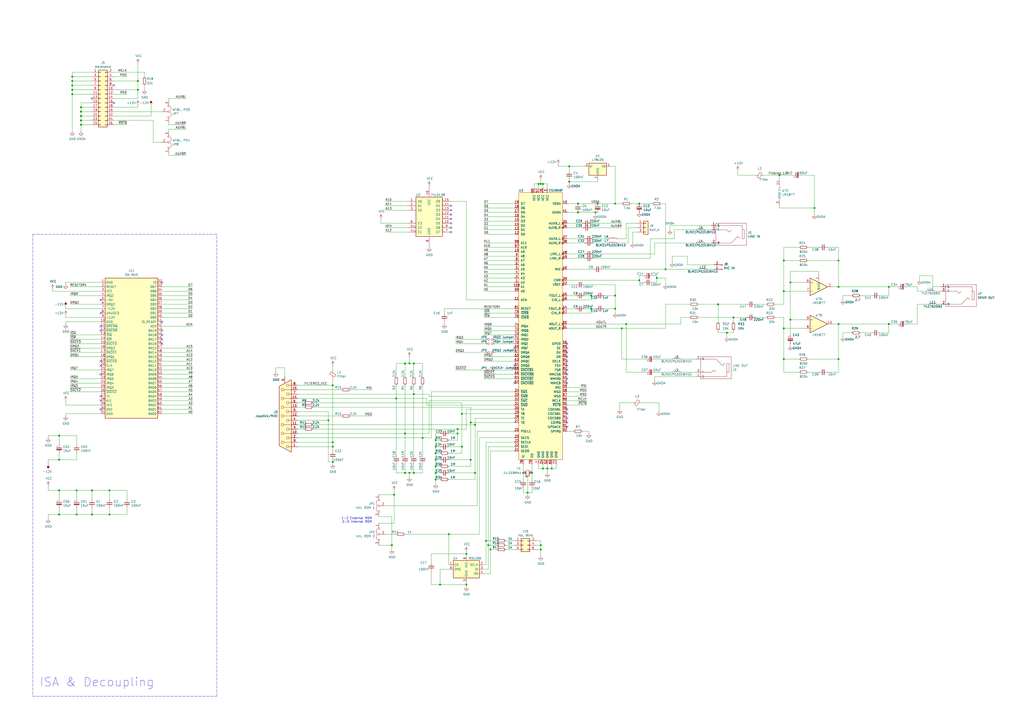
<source format=kicad_sch>
(kicad_sch (version 20211123) (generator eeschema)
  (paper "A2")
  (title_block (title "ES1868F ISA8 Audio Card") (rev "1.2"))
  (junction (at 193.04 223.52))
  (junction (at 41.91 49.53))
  (junction (at 381 161.29))
  (junction (at 275.59 274.32))
  (junction (at 53.34 284.48))
  (junction (at 44.45 298.45))
  (junction (at 80.01 52.07))
  (junction (at 245.11 254))
  (junction (at 41.91 52.07))
  (junction (at 345.44 123.19))
  (junction (at 458.47 163.83))
  (junction (at 252.73 255.27))
  (junction (at 267.97 259.08))
  (junction (at 240.03 228.6))
  (junction (at 275.59 246.38))
  (junction (at 314.96 106.68))
  (junction (at 486.41 151.13))
  (junction (at 342.9 179.07))
  (junction (at 356.87 179.07))
  (junction (at 486.41 208.28))
  (junction (at 229.87 231.14))
  (junction (at 335.28 118.11))
  (junction (at 252.73 278.13))
  (junction (at 515.62 166.37))
  (junction (at 356.87 171.45))
  (junction (at 416.56 176.53))
  (junction (at 281.94 313.69))
  (junction (at 237.49 210.82))
  (junction (at 454.66 151.13))
  (junction (at 41.91 46.99))
  (junction (at 312.42 106.68))
  (junction (at 270.51 339.09))
  (junction (at 303.53 274.32))
  (junction (at 284.48 318.77))
  (junction (at 320.04 271.78))
  (junction (at 308.61 274.32))
  (junction (at 270.51 321.31))
  (junction (at 44.45 284.48))
  (junction (at 234.95 251.46))
  (junction (at 273.05 266.7))
  (junction (at 193.04 259.08))
  (junction (at 80.01 46.99))
  (junction (at 313.69 316.23))
  (junction (at 360.68 190.5))
  (junction (at 267.97 240.03))
  (junction (at 273.05 245.11))
  (junction (at 356.87 118.11))
  (junction (at 454.66 190.5))
  (junction (at 283.21 316.23))
  (junction (at 41.91 44.45))
  (junction (at 335.28 123.19))
  (junction (at 63.5 298.45))
  (junction (at 260.35 309.88))
  (junction (at 227.33 316.23))
  (junction (at 252.73 266.7))
  (junction (at 46.99 62.23))
  (junction (at 34.29 266.7))
  (junction (at 234.95 210.82))
  (junction (at 240.03 274.32))
  (junction (at 34.29 252.73))
  (junction (at 313.69 106.68))
  (junction (at 190.5 243.84))
  (junction (at 193.04 267.97))
  (junction (at 330.2 96.52))
  (junction (at 41.91 54.61))
  (junction (at 370.84 162.56))
  (junction (at 454.66 168.91))
  (junction (at 34.29 298.45))
  (junction (at 63.5 284.48))
  (junction (at 342.9 171.45))
  (junction (at 34.29 284.48))
  (junction (at 458.47 185.42))
  (junction (at 193.04 256.54))
  (junction (at 46.99 64.77))
  (junction (at 265.43 248.92))
  (junction (at 313.69 318.77))
  (junction (at 46.99 69.85))
  (junction (at 265.43 251.46))
  (junction (at 306.07 285.75))
  (junction (at 237.49 274.32))
  (junction (at 486.41 187.96))
  (junction (at 386.08 156.21))
  (junction (at 252.73 270.51))
  (junction (at 452.12 101.6))
  (junction (at 425.45 184.15))
  (junction (at 240.03 210.82))
  (junction (at 454.66 208.28))
  (junction (at 46.99 72.39))
  (junction (at 228.6 287.02))
  (junction (at 252.73 274.32))
  (junction (at 234.95 274.32))
  (junction (at 421.64 193.04))
  (junction (at 472.44 120.65))
  (junction (at 486.41 166.37))
  (junction (at 46.99 67.31))
  (junction (at 363.22 187.96))
  (junction (at 252.73 262.89))
  (junction (at 317.5 271.78))
  (junction (at 252.73 259.08))
  (junction (at 346.71 118.11))
  (junction (at 314.96 271.78))
  (junction (at 255.27 339.09))
  (junction (at 515.62 187.96))
  (junction (at 370.84 118.11))
  (junction (at 53.34 298.45))
  (junction (at 330.2 105.41))
  (no_connect (at 93.98 196.85))
  (no_connect (at 93.98 199.39))
  (no_connect (at 328.93 212.09))
  (no_connect (at 58.42 209.55))
  (no_connect (at 298.45 222.25))
  (no_connect (at 66.04 59.69))
  (no_connect (at 328.93 207.01))
  (no_connect (at 328.93 209.55))
  (no_connect (at 58.42 232.41))
  (no_connect (at 328.93 237.49))
  (no_connect (at 58.42 217.17))
  (no_connect (at 328.93 204.47))
  (no_connect (at 328.93 217.17))
  (no_connect (at 261.62 129.54))
  (no_connect (at 66.04 49.53))
  (no_connect (at 93.98 163.83))
  (no_connect (at 261.62 119.38))
  (no_connect (at 328.93 242.57))
  (no_connect (at 261.62 127))
  (no_connect (at 328.93 201.93))
  (no_connect (at 58.42 191.77))
  (no_connect (at 58.42 189.23))
  (no_connect (at 58.42 212.09))
  (no_connect (at 58.42 237.49))
  (no_connect (at 298.45 212.09))
  (no_connect (at 58.42 181.61))
  (no_connect (at 328.93 214.63))
  (no_connect (at 328.93 245.11))
  (no_connect (at 328.93 240.03))
  (no_connect (at 93.98 194.31))
  (no_connect (at 261.62 124.46))
  (no_connect (at 93.98 186.69))
  (no_connect (at 58.42 229.87))
  (no_connect (at 261.62 132.08))
  (no_connect (at 93.98 191.77))
  (no_connect (at 261.62 121.92))
  (no_connect (at 261.62 134.62))
  (no_connect (at 328.93 219.71))
  (no_connect (at 53.34 57.15))
  (no_connect (at 298.45 201.93))
  (no_connect (at 58.42 173.99))
  (no_connect (at 328.93 247.65))
  (no_connect (at 328.93 222.25))
  (no_connect (at 328.93 199.39))
  (wire (pts (xy 342.9 132.08) (xy 360.68 132.08)))
  (wire (pts (xy 458.47 157.48) (xy 458.47 163.83)))
  (wire (pts (xy 468.63 208.28) (xy 486.41 208.28)))
  (wire (pts (xy 284.48 332.74) (xy 284.48 318.77)))
  (wire (pts (xy 255.27 251.46) (xy 252.73 251.46)))
  (wire (pts (xy 111.76 219.71) (xy 93.98 219.71)))
  (wire (pts (xy 303.53 274.32) (xy 303.53 278.13)))
  (wire (pts (xy 267.97 233.68) (xy 267.97 240.03)))
  (wire (pts (xy 312.42 109.22) (xy 312.42 106.68)))
  (wire (pts (xy 303.53 283.21) (xy 303.53 285.75)))
  (wire (pts (xy 317.5 106.68) (xy 317.5 109.22)))
  (wire (pts (xy 111.76 237.49) (xy 93.98 237.49)))
  (wire (pts (xy 88.9 69.85) (xy 88.9 82.55)))
  (wire (pts (xy 270.51 237.49) (xy 298.45 237.49)))
  (wire (pts (xy 425.45 184.15) (xy 425.45 186.69)))
  (wire (pts (xy 287.02 214.63) (xy 298.45 214.63)))
  (wire (pts (xy 372.11 233.68) (xy 382.27 233.68)))
  (wire (pts (xy 515.62 193.04) (xy 510.54 193.04)))
  (wire (pts (xy 425.45 193.04) (xy 425.45 191.77)))
  (wire (pts (xy 260.35 266.7) (xy 273.05 266.7)))
  (wire (pts (xy 34.29 284.48) (xy 27.94 284.48)))
  (wire (pts (xy 160.02 215.9) (xy 160.02 213.36)))
  (wire (pts (xy 27.94 252.73) (xy 34.29 252.73)))
  (wire (pts (xy 240.03 210.82) (xy 245.11 210.82)))
  (wire (pts (xy 172.72 223.52) (xy 193.04 223.52)))
  (wire (pts (xy 486.41 143.51) (xy 486.41 151.13)))
  (wire (pts (xy 280.67 166.37) (xy 298.45 166.37)))
  (wire (pts (xy 280.67 151.13) (xy 298.45 151.13)))
  (wire (pts (xy 364.49 132.08) (xy 364.49 140.97)))
  (wire (pts (xy 58.42 224.79) (xy 40.64 224.79)))
  (wire (pts (xy 248.92 251.46) (xy 248.92 232.41)))
  (wire (pts (xy 320.04 269.24) (xy 320.04 271.78)))
  (wire (pts (xy 276.86 250.19) (xy 298.45 250.19)))
  (wire (pts (xy 172.72 241.3) (xy 198.12 241.3)))
  (wire (pts (xy 255.27 278.13) (xy 252.73 278.13)))
  (wire (pts (xy 284.48 318.77) (xy 284.48 261.62)))
  (wire (pts (xy 449.58 184.15) (xy 454.66 184.15)))
  (wire (pts (xy 160.02 213.36) (xy 165.1 213.36)))
  (wire (pts (xy 353.06 140.97) (xy 344.17 140.97)))
  (wire (pts (xy 58.42 194.31) (xy 40.64 194.31)))
  (wire (pts (xy 172.72 246.38) (xy 176.53 246.38)))
  (wire (pts (xy 374.65 208.28) (xy 360.68 208.28)))
  (wire (pts (xy 236.22 121.92) (xy 223.52 121.92)))
  (wire (pts (xy 499.11 193.04) (xy 505.46 193.04)))
  (wire (pts (xy 172.72 254) (xy 245.11 254)))
  (wire (pts (xy 391.16 138.43) (xy 391.16 133.35)))
  (wire (pts (xy 260.35 327.66) (xy 260.35 309.88)))
  (wire (pts (xy 278.13 309.88) (xy 278.13 254)))
  (wire (pts (xy 80.01 62.23) (xy 80.01 60.96)))
  (wire (pts (xy 53.34 67.31) (xy 46.99 67.31)))
  (wire (pts (xy 66.04 69.85) (xy 88.9 69.85)))
  (wire (pts (xy 330.2 104.14) (xy 330.2 105.41)))
  (wire (pts (xy 220.98 129.54) (xy 220.98 127)))
  (wire (pts (xy 314.96 269.24) (xy 314.96 271.78)))
  (wire (pts (xy 236.22 132.08) (xy 223.52 132.08)))
  (wire (pts (xy 34.29 252.73) (xy 34.29 257.81)))
  (wire (pts (xy 234.95 218.44) (xy 234.95 210.82)))
  (wire (pts (xy 468.63 151.13) (xy 486.41 151.13)))
  (wire (pts (xy 346.71 105.41) (xy 346.71 104.14)))
  (wire (pts (xy 382.27 233.68) (xy 382.27 238.76)))
  (wire (pts (xy 515.62 187.96) (xy 515.62 193.04)))
  (wire (pts (xy 240.03 218.44) (xy 240.03 210.82)))
  (wire (pts (xy 287.02 204.47) (xy 298.45 204.47)))
  (wire (pts (xy 293.37 316.23) (xy 298.45 316.23)))
  (wire (pts (xy 335.28 123.19) (xy 345.44 123.19)))
  (wire (pts (xy 229.87 218.44) (xy 229.87 210.82)))
  (wire (pts (xy 260.35 251.46) (xy 265.43 251.46)))
  (wire (pts (xy 172.72 238.76) (xy 190.5 238.76)))
  (wire (pts (xy 270.51 321.31) (xy 270.51 322.58)))
  (wire (pts (xy 280.67 158.75) (xy 298.45 158.75)))
  (wire (pts (xy 379.73 140.97) (xy 403.86 140.97)))
  (wire (pts (xy 236.22 116.84) (xy 223.52 116.84)))
  (wire (pts (xy 38.1 240.03) (xy 58.42 240.03)))
  (wire (pts (xy 543.56 176.53) (xy 546.1 176.53)))
  (wire (pts (xy 44.45 284.48) (xy 44.45 289.56)))
  (wire (pts (xy 421.64 195.58) (xy 421.64 193.04)))
  (wire (pts (xy 261.62 116.84) (xy 270.51 116.84)))
  (wire (pts (xy 252.73 274.32) (xy 252.73 278.13)))
  (wire (pts (xy 311.15 316.23) (xy 313.69 316.23)))
  (wire (pts (xy 227.33 299.72) (xy 227.33 316.23)))
  (wire (pts (xy 381 163.83) (xy 378.46 163.83)))
  (wire (pts (xy 27.94 281.94) (xy 27.94 284.48)))
  (wire (pts (xy 306.07 287.02) (xy 306.07 285.75)))
  (wire (pts (xy 250.19 321.31) (xy 250.19 326.39)))
  (wire (pts (xy 276.86 293.37) (xy 276.86 250.19)))
  (wire (pts (xy 97.79 58.42) (xy 97.79 57.15)))
  (wire (pts (xy 190.5 243.84) (xy 190.5 267.97)))
  (wire (pts (xy 53.34 59.69) (xy 46.99 59.69)))
  (wire (pts (xy 234.95 264.16) (xy 234.95 251.46)))
  (wire (pts (xy 53.34 298.45) (xy 63.5 298.45)))
  (wire (pts (xy 363.22 187.96) (xy 394.97 187.96)))
  (wire (pts (xy 298.45 217.17) (xy 280.67 217.17)))
  (wire (pts (xy 245.11 254) (xy 250.19 254)))
  (wire (pts (xy 240.03 269.24) (xy 240.03 274.32)))
  (wire (pts (xy 454.66 184.15) (xy 454.66 190.5)))
  (wire (pts (xy 386.08 190.5) (xy 386.08 176.53)))
  (wire (pts (xy 66.04 54.61) (xy 73.66 54.61)))
  (wire (pts (xy 416.56 176.53) (xy 416.56 186.69)))
  (wire (pts (xy 44.45 294.64) (xy 44.45 298.45)))
  (wire (pts (xy 252.73 266.7) (xy 252.73 270.51)))
  (wire (pts (xy 46.99 72.39) (xy 46.99 69.85)))
  (wire (pts (xy 452.12 104.14) (xy 452.12 101.6)))
  (wire (pts (xy 533.4 162.56) (xy 533.4 160.02)))
  (wire (pts (xy 280.67 118.11) (xy 298.45 118.11)))
  (wire (pts (xy 34.29 298.45) (xy 27.94 298.45)))
  (wire (pts (xy 111.76 224.79) (xy 93.98 224.79)))
  (wire (pts (xy 330.2 96.52) (xy 339.09 96.52)))
  (wire (pts (xy 66.04 72.39) (xy 73.66 72.39)))
  (wire (pts (xy 270.51 337.82) (xy 270.51 339.09)))
  (wire (pts (xy 328.93 147.32) (xy 339.09 147.32)))
  (wire (pts (xy 314.96 106.68) (xy 317.5 106.68)))
  (wire (pts (xy 454.66 168.91) (xy 454.66 151.13)))
  (wire (pts (xy 38.1 177.8) (xy 38.1 179.07)))
  (wire (pts (xy 236.22 134.62) (xy 223.52 134.62)))
  (wire (pts (xy 313.69 313.69) (xy 313.69 316.23)))
  (wire (pts (xy 111.76 207.01) (xy 93.98 207.01)))
  (wire (pts (xy 66.04 52.07) (xy 80.01 52.07)))
  (wire (pts (xy 486.41 215.9) (xy 486.41 208.28)))
  (wire (pts (xy 38.1 186.69) (xy 58.42 186.69)))
  (wire (pts (xy 41.91 46.99) (xy 41.91 49.53)))
  (wire (pts (xy 270.51 321.31) (xy 250.19 321.31)))
  (wire (pts (xy 44.45 266.7) (xy 34.29 266.7)))
  (wire (pts (xy 488.95 171.45) (xy 494.03 171.45)))
  (wire (pts (xy 87.63 60.96) (xy 87.63 67.31)))
  (wire (pts (xy 317.5 269.24) (xy 317.5 271.78)))
  (wire (pts (xy 44.45 298.45) (xy 53.34 298.45)))
  (wire (pts (xy 219.71 287.02) (xy 228.6 287.02)))
  (wire (pts (xy 342.9 179.07) (xy 339.09 179.07)))
  (wire (pts (xy 332.74 250.19) (xy 328.93 250.19)))
  (wire (pts (xy 541.02 160.02) (xy 541.02 166.37)))
  (wire (pts (xy 237.49 274.32) (xy 240.03 274.32)))
  (wire (pts (xy 328.93 229.87) (xy 340.36 229.87)))
  (wire (pts (xy 298.45 207.01) (xy 280.67 207.01)))
  (wire (pts (xy 111.76 204.47) (xy 93.98 204.47)))
  (wire (pts (xy 223.52 293.37) (xy 276.86 293.37)))
  (wire (pts (xy 328.93 234.95) (xy 340.36 234.95)))
  (wire (pts (xy 344.17 138.43) (xy 353.06 138.43)))
  (wire (pts (xy 356.87 165.1) (xy 356.87 171.45)))
  (wire (pts (xy 458.47 163.83) (xy 458.47 185.42)))
  (wire (pts (xy 344.17 149.86) (xy 377.19 149.86)))
  (wire (pts (xy 280.67 130.81) (xy 298.45 130.81)))
  (wire (pts (xy 245.11 274.32) (xy 245.11 269.24)))
  (wire (pts (xy 345.44 123.19) (xy 345.44 124.46)))
  (wire (pts (xy 358.14 138.43) (xy 363.22 138.43)))
  (wire (pts (xy 38.1 232.41) (xy 38.1 234.95)))
  (wire (pts (xy 252.73 262.89) (xy 252.73 266.7)))
  (wire (pts (xy 313.69 318.77) (xy 313.69 322.58)))
  (wire (pts (xy 58.42 166.37) (xy 40.64 166.37)))
  (wire (pts (xy 273.05 266.7) (xy 273.05 270.51)))
  (wire (pts (xy 270.51 320.04) (xy 270.51 321.31)))
  (wire (pts (xy 234.95 269.24) (xy 234.95 274.32)))
  (wire (pts (xy 53.34 294.64) (xy 53.34 298.45)))
  (wire (pts (xy 328.93 224.79) (xy 340.36 224.79)))
  (wire (pts (xy 165.1 213.36) (xy 165.1 218.44)))
  (wire (pts (xy 365.76 118.11) (xy 370.84 118.11)))
  (wire (pts (xy 280.67 146.05) (xy 298.45 146.05)))
  (wire (pts (xy 388.62 130.81) (xy 388.62 133.35)))
  (wire (pts (xy 255.27 266.7) (xy 252.73 266.7)))
  (wire (pts (xy 488.95 195.58) (xy 488.95 193.04)))
  (wire (pts (xy 219.71 299.72) (xy 227.33 299.72)))
  (wire (pts (xy 111.76 217.17) (xy 93.98 217.17)))
  (wire (pts (xy 97.79 88.9) (xy 97.79 90.17)))
  (wire (pts (xy 53.34 49.53) (xy 41.91 49.53)))
  (wire (pts (xy 314.96 109.22) (xy 314.96 106.68)))
  (wire (pts (xy 328.93 171.45) (xy 334.01 171.45)))
  (wire (pts (xy 234.95 274.32) (xy 237.49 274.32)))
  (wire (pts (xy 252.73 251.46) (xy 252.73 255.27)))
  (wire (pts (xy 275.59 246.38) (xy 275.59 242.57)))
  (wire (pts (xy 341.63 250.19) (xy 341.63 251.46)))
  (wire (pts (xy 97.79 72.39) (xy 107.95 72.39)))
  (wire (pts (xy 335.28 118.11) (xy 346.71 118.11)))
  (wire (pts (xy 360.68 190.5) (xy 386.08 190.5)))
  (wire (pts (xy 281.94 199.39) (xy 264.16 199.39)))
  (wire (pts (xy 97.79 57.15) (xy 107.95 57.15)))
  (wire (pts (xy 394.97 184.15) (xy 400.05 184.15)))
  (wire (pts (xy 273.05 245.11) (xy 298.45 245.11)))
  (wire (pts (xy 394.97 187.96) (xy 394.97 184.15)))
  (wire (pts (xy 345.44 171.45) (xy 342.9 171.45)))
  (wire (pts (xy 532.13 166.37) (xy 532.13 168.91)))
  (wire (pts (xy 193.04 212.09) (xy 193.04 214.63)))
  (wire (pts (xy 328.93 149.86) (xy 339.09 149.86)))
  (wire (pts (xy 488.95 173.99) (xy 488.95 171.45)))
  (wire (pts (xy 83.82 41.91) (xy 83.82 44.45)))
  (wire (pts (xy 525.78 166.37) (xy 532.13 166.37)))
  (wire (pts (xy 486.41 151.13) (xy 486.41 166.37)))
  (wire (pts (xy 58.42 204.47) (xy 40.64 204.47)))
  (wire (pts (xy 499.11 171.45) (xy 505.46 171.45)))
  (wire (pts (xy 63.5 294.64) (xy 63.5 298.45)))
  (wire (pts (xy 34.29 266.7) (xy 34.29 262.89)))
  (wire (pts (xy 280.67 133.35) (xy 298.45 133.35)))
  (wire (pts (xy 267.97 240.03) (xy 267.97 259.08)))
  (wire (pts (xy 53.34 284.48) (xy 63.5 284.48)))
  (wire (pts (xy 111.76 232.41) (xy 93.98 232.41)))
  (wire (pts (xy 190.5 267.97) (xy 193.04 267.97)))
  (wire (pts (xy 58.42 199.39) (xy 40.64 199.39)))
  (wire (pts (xy 66.04 57.15) (xy 80.01 57.15)))
  (wire (pts (xy 46.99 62.23) (xy 46.99 59.69)))
  (wire (pts (xy 378.46 160.02) (xy 381 160.02)))
  (wire (pts (xy 190.5 238.76) (xy 190.5 243.84)))
  (wire (pts (xy 97.79 74.93) (xy 107.95 74.93)))
  (wire (pts (xy 281.94 214.63) (xy 264.16 214.63)))
  (wire (pts (xy 53.34 46.99) (xy 41.91 46.99)))
  (wire (pts (xy 370.84 118.11) (xy 378.46 118.11)))
  (wire (pts (xy 172.72 256.54) (xy 193.04 256.54)))
  (wire (pts (xy 229.87 210.82) (xy 234.95 210.82)))
  (wire (pts (xy 464.82 101.6) (xy 472.44 101.6)))
  (wire (pts (xy 27.94 254) (xy 27.94 252.73)))
  (wire (pts (xy 260.35 309.88) (xy 234.95 309.88)))
  (wire (pts (xy 260.35 309.88) (xy 278.13 309.88)))
  (wire (pts (xy 63.5 284.48) (xy 73.66 284.48)))
  (wire (pts (xy 280.67 123.19) (xy 298.45 123.19)))
  (wire (pts (xy 381 161.29) (xy 381 163.83)))
  (wire (pts (xy 374.65 215.9) (xy 363.22 215.9)))
  (wire (pts (xy 454.66 151.13) (xy 454.66 143.51)))
  (wire (pts (xy 58.42 176.53) (xy 40.64 176.53)))
  (wire (pts (xy 328.93 165.1) (xy 334.01 165.1)))
  (wire (pts (xy 427.99 99.06) (xy 427.99 101.6)))
  (wire (pts (xy 373.38 160.02) (xy 370.84 160.02)))
  (wire (pts (xy 474.98 157.48) (xy 458.47 157.48)))
  (wire (pts (xy 515.62 171.45) (xy 510.54 171.45)))
  (wire (pts (xy 172.72 226.06) (xy 198.12 226.06)))
  (wire (pts (xy 260.35 330.2) (xy 255.27 330.2)))
  (wire (pts (xy 280.67 163.83) (xy 298.45 163.83)))
  (wire (pts (xy 280.67 125.73) (xy 298.45 125.73)))
  (wire (pts (xy 111.76 179.07) (xy 93.98 179.07)))
  (wire (pts (xy 452.12 101.6) (xy 459.74 101.6)))
  (wire (pts (xy 472.44 101.6) (xy 472.44 120.65)))
  (wire (pts (xy 308.61 274.32) (xy 308.61 278.13)))
  (wire (pts (xy 193.04 256.54) (xy 193.04 223.52)))
  (wire (pts (xy 349.25 156.21) (xy 386.08 156.21)))
  (wire (pts (xy 283.21 330.2) (xy 280.67 330.2)))
  (wire (pts (xy 367.03 134.62) (xy 369.57 134.62)))
  (wire (pts (xy 255.27 330.2) (xy 255.27 339.09)))
  (wire (pts (xy 247.65 234.95) (xy 298.45 234.95)))
  (wire (pts (xy 323.85 95.25) (xy 323.85 96.52)))
  (wire (pts (xy 379.73 215.9) (xy 389.89 215.9)))
  (wire (pts (xy 370.84 163.83) (xy 373.38 163.83)))
  (wire (pts (xy 229.87 231.14) (xy 229.87 223.52)))
  (wire (pts (xy 308.61 285.75) (xy 308.61 283.21)))
  (wire (pts (xy 454.66 168.91) (xy 467.36 168.91)))
  (wire (pts (xy 541.02 166.37) (xy 546.1 166.37)))
  (wire (pts (xy 377.19 138.43) (xy 391.16 138.43)))
  (wire (pts (xy 386.08 156.21) (xy 405.13 156.21)))
  (wire (pts (xy 111.76 214.63) (xy 93.98 214.63)))
  (wire (pts (xy 172.72 231.14) (xy 229.87 231.14)))
  (wire (pts (xy 58.42 201.93) (xy 40.64 201.93)))
  (wire (pts (xy 356.87 171.45) (xy 356.87 179.07)))
  (wire (pts (xy 328.93 187.96) (xy 363.22 187.96)))
  (wire (pts (xy 265.43 251.46) (xy 265.43 248.92)))
  (wire (pts (xy 223.52 309.88) (xy 229.87 309.88)))
  (wire (pts (xy 58.42 219.71) (xy 40.64 219.71)))
  (wire (pts (xy 532.13 168.91) (xy 537.21 168.91)))
  (wire (pts (xy 313.69 106.68) (xy 314.96 106.68)))
  (wire (pts (xy 386.08 118.11) (xy 386.08 156.21)))
  (wire (pts (xy 342.9 171.45) (xy 339.09 171.45)))
  (wire (pts (xy 328.93 138.43) (xy 339.09 138.43)))
  (wire (pts (xy 328.93 181.61) (xy 342.9 181.61)))
  (wire (pts (xy 533.4 160.02) (xy 541.02 160.02)))
  (wire (pts (xy 328.93 162.56) (xy 370.84 162.56)))
  (wire (pts (xy 228.6 303.53) (xy 219.71 303.53)))
  (wire (pts (xy 97.79 71.12) (xy 97.79 72.39)))
  (wire (pts (xy 73.66 284.48) (xy 73.66 289.56)))
  (wire (pts (xy 66.04 46.99) (xy 80.01 46.99)))
  (wire (pts (xy 267.97 262.89) (xy 260.35 262.89)))
  (wire (pts (xy 486.41 208.28) (xy 486.41 187.96)))
  (wire (pts (xy 257.81 179.07) (xy 257.81 181.61)))
  (wire (pts (xy 328.93 232.41) (xy 340.36 232.41)))
  (wire (pts (xy 237.49 210.82) (xy 240.03 210.82)))
  (wire (pts (xy 379.73 218.44) (xy 379.73 220.98)))
  (wire (pts (xy 34.29 252.73) (xy 44.45 252.73)))
  (wire (pts (xy 234.95 251.46) (xy 248.92 251.46)))
  (wire (pts (xy 38.1 182.88) (xy 38.1 184.15)))
  (wire (pts (xy 280.67 332.74) (xy 284.48 332.74)))
  (wire (pts (xy 27.94 266.7) (xy 27.94 269.24)))
  (wire (pts (xy 278.13 254) (xy 298.45 254)))
  (wire (pts (xy 273.05 245.11) (xy 273.05 266.7)))
  (wire (pts (xy 474.98 158.75) (xy 474.98 157.48)))
  (wire (pts (xy 83.82 49.53) (xy 83.82 52.07)))
  (polyline (pts (xy 19.05 135.89) (xy 19.05 403.86)))
  (wire (pts (xy 275.59 246.38) (xy 275.59 274.32)))
  (wire (pts (xy 342.9 129.54) (xy 360.68 129.54)))
  (wire (pts (xy 236.22 119.38) (xy 223.52 119.38)))
  (wire (pts (xy 73.66 298.45) (xy 73.66 294.64)))
  (wire (pts (xy 342.9 181.61) (xy 342.9 179.07)))
  (wire (pts (xy 454.66 151.13) (xy 463.55 151.13)))
  (wire (pts (xy 532.13 187.96) (xy 532.13 176.53)))
  (wire (pts (xy 111.76 176.53) (xy 93.98 176.53)))
  (wire (pts (xy 356.87 179.07) (xy 356.87 181.61)))
  (wire (pts (xy 257.81 186.69) (xy 257.81 187.96)))
  (wire (pts (xy 97.79 90.17) (xy 107.95 90.17)))
  (wire (pts (xy 41.91 44.45) (xy 41.91 46.99)))
  (wire (pts (xy 34.29 284.48) (xy 34.29 289.56)))
  (wire (pts (xy 303.53 269.24) (xy 303.53 274.32)))
  (wire (pts (xy 58.42 222.25) (xy 40.64 222.25)))
  (wire (pts (xy 111.76 222.25) (xy 93.98 222.25)))
  (wire (pts (xy 298.45 189.23) (xy 280.67 189.23)))
  (wire (pts (xy 46.99 64.77) (xy 46.99 62.23)))
  (wire (pts (xy 172.72 243.84) (xy 190.5 243.84)))
  (wire (pts (xy 38.1 163.83) (xy 38.1 165.1)))
  (wire (pts (xy 416.56 191.77) (xy 416.56 193.04)))
  (wire (pts (xy 412.75 140.97) (xy 408.94 140.97)))
  (wire (pts (xy 260.35 274.32) (xy 275.59 274.32)))
  (wire (pts (xy 53.34 41.91) (xy 41.91 41.91)))
  (wire (pts (xy 38.1 234.95) (xy 58.42 234.95)))
  (wire (pts (xy 267.97 240.03) (xy 298.45 240.03)))
  (wire (pts (xy 227.33 316.23) (xy 227.33 318.77)))
  (wire (pts (xy 111.76 173.99) (xy 93.98 173.99)))
  (wire (pts (xy 438.15 184.15) (xy 444.5 184.15)))
  (wire (pts (xy 273.05 236.22) (xy 273.05 245.11)))
  (wire (pts (xy 468.63 215.9) (xy 474.98 215.9)))
  (wire (pts (xy 34.29 284.48) (xy 44.45 284.48)))
  (wire (pts (xy 250.19 227.33) (xy 298.45 227.33)))
  (wire (pts (xy 298.45 256.54) (xy 281.94 256.54)))
  (wire (pts (xy 317.5 271.78) (xy 317.5 274.32)))
  (wire (pts (xy 303.53 285.75) (xy 306.07 285.75)))
  (wire (pts (xy 252.73 259.08) (xy 252.73 262.89)))
  (wire (pts (xy 53.34 64.77) (xy 46.99 64.77)))
  (wire (pts (xy 240.03 228.6) (xy 248.92 228.6)))
  (wire (pts (xy 454.66 190.5) (xy 467.36 190.5)))
  (wire (pts (xy 172.72 233.68) (xy 176.53 233.68)))
  (wire (pts (xy 250.19 331.47) (xy 250.19 339.09)))
  (wire (pts (xy 486.41 166.37) (xy 482.6 166.37)))
  (wire (pts (xy 438.15 176.53) (xy 444.5 176.53)))
  (wire (pts (xy 245.11 264.16) (xy 245.11 254)))
  (wire (pts (xy 260.35 270.51) (xy 273.05 270.51)))
  (wire (pts (xy 360.68 208.28) (xy 360.68 190.5)))
  (wire (pts (xy 58.42 207.01) (xy 40.64 207.01)))
  (wire (pts (xy 288.29 316.23) (xy 283.21 316.23)))
  (wire (pts (xy 525.78 187.96) (xy 532.13 187.96)))
  (wire (pts (xy 53.34 44.45) (xy 41.91 44.45)))
  (wire (pts (xy 425.45 184.15) (xy 433.07 184.15)))
  (wire (pts (xy 486.41 166.37) (xy 515.62 166.37)))
  (wire (pts (xy 58.42 227.33) (xy 40.64 227.33)))
  (wire (pts (xy 458.47 199.39) (xy 458.47 200.66)))
  (wire (pts (xy 281.94 196.85) (xy 264.16 196.85)))
  (wire (pts (xy 229.87 231.14) (xy 247.65 231.14)))
  (wire (pts (xy 63.5 289.56) (xy 63.5 284.48)))
  (wire (pts (xy 255.27 255.27) (xy 252.73 255.27)))
  (wire (pts (xy 443.23 101.6) (xy 452.12 101.6)))
  (wire (pts (xy 38.1 186.69) (xy 38.1 187.96)))
  (wire (pts (xy 252.73 270.51) (xy 252.73 274.32)))
  (wire (pts (xy 515.62 187.96) (xy 520.7 187.96)))
  (wire (pts (xy 345.44 179.07) (xy 342.9 179.07)))
  (wire (pts (xy 312.42 271.78) (xy 314.96 271.78)))
  (wire (pts (xy 328.93 123.19) (xy 335.28 123.19)))
  (wire (pts (xy 265.43 248.92) (xy 270.51 248.92)))
  (wire (pts (xy 287.02 199.39) (xy 298.45 199.39)))
  (wire (pts (xy 236.22 129.54) (xy 220.98 129.54)))
  (wire (pts (xy 80.01 52.07) (xy 80.01 57.15)))
  (wire (pts (xy 248.92 107.95) (xy 248.92 109.22)))
  (wire (pts (xy 280.67 156.21) (xy 298.45 156.21)))
  (wire (pts (xy 452.12 120.65) (xy 472.44 120.65)))
  (wire (pts (xy 66.04 44.45) (xy 73.66 44.45)))
  (wire (pts (xy 281.94 204.47) (xy 264.16 204.47)))
  (wire (pts (xy 280.67 143.51) (xy 298.45 143.51)))
  (wire (pts (xy 284.48 261.62) (xy 298.45 261.62)))
  (wire (pts (xy 111.76 212.09) (xy 93.98 212.09)))
  (wire (pts (xy 359.41 233.68) (xy 359.41 237.49)))
  (wire (pts (xy 193.04 259.08) (xy 193.04 256.54)))
  (wire (pts (xy 309.88 106.68) (xy 312.42 106.68)))
  (wire (pts (xy 30.48 168.91) (xy 58.42 168.91)))
  (wire (pts (xy 248.92 142.24) (xy 248.92 143.51)))
  (wire (pts (xy 370.84 162.56) (xy 370.84 163.83)))
  (wire (pts (xy 250.19 339.09) (xy 255.27 339.09)))
  (wire (pts (xy 416.56 193.04) (xy 421.64 193.04)))
  (wire (pts (xy 421.64 193.04) (xy 425.45 193.04)))
  (wire (pts (xy 330.2 105.41) (xy 346.71 105.41)))
  (wire (pts (xy 275.59 274.32) (xy 275.59 278.13)))
  (polyline (pts (xy 125.73 135.89) (xy 19.05 135.89)))
  (wire (pts (xy 247.65 231.14) (xy 247.65 234.95)))
  (wire (pts (xy 111.76 171.45) (xy 93.98 171.45)))
  (wire (pts (xy 405.13 184.15) (xy 425.45 184.15)))
  (wire (pts (xy 181.61 236.22) (xy 273.05 236.22)))
  (wire (pts (xy 358.14 140.97) (xy 364.49 140.97)))
  (wire (pts (xy 181.61 248.92) (xy 265.43 248.92)))
  (wire (pts (xy 111.76 166.37) (xy 93.98 166.37)))
  (wire (pts (xy 172.72 236.22) (xy 176.53 236.22)))
  (wire (pts (xy 41.91 41.91) (xy 41.91 44.45)))
  (wire (pts (xy 265.43 255.27) (xy 265.43 251.46)))
  (wire (pts (xy 111.76 227.33) (xy 93.98 227.33)))
  (wire (pts (xy 388.62 130.81) (xy 412.75 130.81)))
  (wire (pts (xy 342.9 173.99) (xy 342.9 171.45)))
  (wire (pts (xy 280.67 120.65) (xy 298.45 120.65)))
  (wire (pts (xy 280.67 161.29) (xy 298.45 161.29)))
  (wire (pts (xy 467.36 163.83) (xy 458.47 163.83)))
  (wire (pts (xy 260.35 278.13) (xy 275.59 278.13)))
  (wire (pts (xy 377.19 149.86) (xy 377.19 138.43)))
  (wire (pts (xy 111.76 234.95) (xy 93.98 234.95)))
  (wire (pts (xy 486.41 187.96) (xy 515.62 187.96)))
  (wire (pts (xy 66.04 62.23) (xy 80.01 62.23)))
  (wire (pts (xy 255.27 274.32) (xy 252.73 274.32)))
  (wire (pts (xy 427.99 101.6) (xy 438.15 101.6)))
  (wire (pts (xy 97.79 76.2) (xy 97.79 74.93)))
  (wire (pts (xy 323.85 96.52) (xy 330.2 96.52)))
  (polyline (pts (xy 125.73 403.86) (xy 125.73 135.89)))
  (wire (pts (xy 298.45 209.55) (xy 280.67 209.55)))
  (wire (pts (xy 356.87 118.11) (xy 346.71 118.11)))
  (wire (pts (xy 381 160.02) (xy 381 161.29)))
  (wire (pts (xy 250.19 254) (xy 250.19 227.33)))
  (wire (pts (xy 38.1 241.3) (xy 38.1 240.03)))
  (wire (pts (xy 312.42 269.24) (xy 312.42 271.78)))
  (wire (pts (xy 383.54 118.11) (xy 386.08 118.11)))
  (wire (pts (xy 298.45 179.07) (xy 257.81 179.07)))
  (wire (pts (xy 345.44 123.19) (xy 346.71 123.19)))
  (wire (pts (xy 306.07 285.75) (xy 308.61 285.75)))
  (wire (pts (xy 298.45 184.15) (xy 280.67 184.15)))
  (polyline (pts (xy 19.05 403.86) (xy 125.73 403.86)))
  (wire (pts (xy 312.42 106.68) (xy 313.69 106.68)))
  (wire (pts (xy 281.94 327.66) (xy 280.67 327.66)))
  (wire (pts (xy 298.45 191.77) (xy 280.67 191.77)))
  (wire (pts (xy 309.88 109.22) (xy 309.88 106.68)))
  (wire (pts (xy 363.22 215.9) (xy 363.22 187.96)))
  (wire (pts (xy 306.07 276.86) (xy 306.07 285.75)))
  (wire (pts (xy 240.03 274.32) (xy 245.11 274.32)))
  (wire (pts (xy 255.27 262.89) (xy 252.73 262.89)))
  (wire (pts (xy 41.91 54.61) (xy 41.91 76.2)))
  (wire (pts (xy 229.87 274.32) (xy 234.95 274.32)))
  (wire (pts (xy 280.67 140.97) (xy 298.45 140.97)))
  (wire (pts (xy 328.93 190.5) (xy 360.68 190.5)))
  (wire (pts (xy 328.93 179.07) (xy 334.01 179.07)))
  (wire (pts (xy 468.63 143.51) (xy 474.98 143.51)))
  (wire (pts (xy 322.58 271.78) (xy 322.58 269.24)))
  (wire (pts (xy 53.34 54.61) (xy 41.91 54.61)))
  (wire (pts (xy 227.33 316.23) (xy 219.71 316.23)))
  (wire (pts (xy 363.22 138.43) (xy 363.22 129.54)))
  (wire (pts (xy 370.84 160.02) (xy 370.84 162.56)))
  (wire (pts (xy 313.69 106.68) (xy 313.69 104.14)))
  (wire (pts (xy 193.04 261.62) (xy 193.04 259.08)))
  (wire (pts (xy 386.08 176.53) (xy 400.05 176.53)))
  (wire (pts (xy 38.1 163.83) (xy 58.42 163.83)))
  (wire (pts (xy 367.03 233.68) (xy 359.41 233.68)))
  (wire (pts (xy 270.51 173.99) (xy 298.45 173.99)))
  (wire (pts (xy 245.11 210.82) (xy 245.11 218.44)))
  (wire (pts (xy 41.91 52.07) (xy 41.91 54.61)))
  (wire (pts (xy 234.95 210.82) (xy 237.49 210.82)))
  (wire (pts (xy 172.72 228.6) (xy 240.03 228.6)))
  (wire (pts (xy 416.56 176.53) (xy 433.07 176.53)))
  (wire (pts (xy 53.34 69.85) (xy 46.99 69.85)))
  (wire (pts (xy 172.72 259.08) (xy 193.04 259.08)))
  (wire (pts (xy 229.87 269.24) (xy 229.87 274.32)))
  (wire (pts (xy 350.52 171.45) (xy 356.87 171.45)))
  (wire (pts (xy 293.37 318.77) (xy 298.45 318.77)))
  (wire (pts (xy 27.94 298.45) (xy 27.94 300.99)))
  (wire (pts (xy 350.52 179.07) (xy 356.87 179.07)))
  (wire (pts (xy 330.2 105.41) (xy 330.2 106.68)))
  (wire (pts (xy 328.93 129.54) (xy 337.82 129.54)))
  (wire (pts (xy 228.6 284.48) (xy 228.6 287.02)))
  (wire (pts (xy 515.62 166.37) (xy 515.62 171.45)))
  (wire (pts (xy 53.34 62.23) (xy 46.99 62.23)))
  (wire (pts (xy 480.06 143.51) (xy 486.41 143.51)))
  (wire (pts (xy 228.6 287.02) (xy 228.6 303.53)))
  (wire (pts (xy 255.27 339.09) (xy 270.51 339.09)))
  (wire (pts (xy 452.12 119.38) (xy 452.12 120.65)))
  (wire (pts (xy 66.04 41.91) (xy 83.82 41.91)))
  (wire (pts (xy 283.21 316.23) (xy 283.21 330.2)))
  (wire (pts (xy 328.93 173.99) (xy 342.9 173.99)))
  (wire (pts (xy 193.04 223.52) (xy 193.04 219.71)))
  (wire (pts (xy 467.36 185.42) (xy 458.47 185.42)))
  (wire (pts (xy 538.48 176.53) (xy 532.13 176.53)))
  (wire (pts (xy 449.58 176.53) (xy 454.66 176.53)))
  (wire (pts (xy 111.76 229.87) (xy 93.98 229.87)))
  (wire (pts (xy 394.97 215.9) (xy 403.86 215.9)))
  (wire (pts (xy 363.22 129.54) (xy 369.57 129.54)))
  (wire (pts (xy 280.67 135.89) (xy 298.45 135.89)))
  (wire (pts (xy 298.45 259.08) (xy 283.21 259.08)))
  (wire (pts (xy 328.93 132.08) (xy 337.82 132.08)))
  (wire (pts (xy 240.03 228.6) (xy 240.03 223.52)))
  (wire (pts (xy 458.47 194.31) (xy 458.47 185.42)))
  (wire (pts (xy 410.21 156.21) (xy 414.02 156.21)))
  (wire (pts (xy 38.1 179.07) (xy 58.42 179.07)))
  (wire (pts (xy 46.99 69.85) (xy 46.99 67.31)))
  (wire (pts (xy 317.5 271.78) (xy 320.04 271.78)))
  (wire (pts (xy 308.61 269.24) (xy 308.61 274.32)))
  (wire (pts (xy 488.95 193.04) (xy 494.03 193.04)))
  (wire (pts (xy 454.66 190.5) (xy 454.66 208.28)))
  (wire (pts (xy 360.68 118.11) (xy 356.87 118.11)))
  (wire (pts (xy 63.5 298.45) (xy 73.66 298.45)))
  (wire (pts (xy 58.42 214.63) (xy 40.64 214.63)))
  (wire (pts (xy 41.91 49.53) (xy 41.91 52.07)))
  (wire (pts (xy 280.67 153.67) (xy 298.45 153.67)))
  (wire (pts (xy 298.45 219.71) (xy 280.67 219.71)))
  (wire (pts (xy 237.49 274.32) (xy 237.49 276.86)))
  (wire (pts (xy 328.93 118.11) (xy 335.28 118.11)))
  (wire (pts (xy 53.34 289.56) (xy 53.34 284.48)))
  (wire (pts (xy 386.08 165.1) (xy 386.08 161.29)))
  (wire (pts (xy 389.89 148.59) (xy 398.78 148.59)))
  (wire (pts (xy 240.03 264.16) (xy 240.03 228.6)))
  (wire (pts (xy 298.45 194.31) (xy 280.67 194.31)))
  (wire (pts (xy 193.04 267.97) (xy 193.04 269.24)))
  (wire (pts (xy 255.27 270.51) (xy 252.73 270.51)))
  (wire (pts (xy 267.97 259.08) (xy 267.97 262.89)))
  (wire (pts (xy 330.2 96.52) (xy 330.2 99.06)))
  (wire (pts (xy 293.37 313.69) (xy 298.45 313.69)))
  (wire (pts (xy 454.66 176.53) (xy 454.66 168.91)))
  (wire (pts (xy 408.94 133.35) (xy 412.75 133.35)))
  (wire (pts (xy 339.09 165.1) (xy 356.87 165.1)))
  (wire (pts (xy 283.21 259.08) (xy 283.21 316.23)))
  (wire (pts (xy 44.45 284.48) (xy 53.34 284.48)))
  (wire (pts (xy 389.89 152.4) (xy 389.89 148.59)))
  (wire (pts (xy 275.59 242.57) (xy 298.45 242.57)))
  (wire (pts (xy 172.72 248.92) (xy 176.53 248.92)))
  (wire (pts (xy 172.72 251.46) (xy 234.95 251.46)))
  (wire (pts (xy 34.29 266.7) (xy 27.94 266.7)))
  (wire (pts (xy 379.73 147.32) (xy 379.73 140.97)))
  (wire (pts (xy 367.03 140.97) (xy 367.03 134.62)))
  (wire (pts (xy 320.04 271.78) (xy 322.58 271.78)))
  (wire (pts (xy 314.96 271.78) (xy 317.5 271.78)))
  (wire (pts (xy 270.51 116.84) (xy 270.51 173.99)))
  (wire (pts (xy 111.76 189.23) (xy 93.98 189.23)))
  (wire (pts (xy 53.34 72.39) (xy 46.99 72.39)))
  (wire (pts (xy 111.76 184.15) (xy 93.98 184.15)))
  (wire (pts (xy 369.57 132.08) (xy 364.49 132.08)))
  (wire (pts (xy 281.94 313.69) (xy 281.94 327.66)))
  (wire (pts (xy 288.29 313.69) (xy 281.94 313.69)))
  (wire (pts (xy 398.78 153.67) (xy 414.02 153.67)))
  (wire (pts (xy 280.67 148.59) (xy 298.45 148.59)))
  (wire (pts (xy 391.16 133.35) (xy 403.86 133.35)))
  (wire (pts (xy 234.95 251.46) (xy 234.95 223.52)))
  (wire (pts (xy 454.66 143.51) (xy 463.55 143.51)))
  (wire (pts (xy 454.66 215.9) (xy 463.55 215.9)))
  (wire (pts (xy 328.93 140.97) (xy 339.09 140.97)))
  (wire (pts (xy 260.35 259.08) (xy 267.97 259.08)))
  (wire (pts (xy 44.45 298.45) (xy 34.29 298.45)))
  (wire (pts (xy 398.78 148.59) (xy 398.78 153.67)))
  (wire (pts (xy 288.29 318.77) (xy 284.48 318.77)))
  (wire (pts (xy 181.61 233.68) (xy 267.97 233.68)))
  (wire (pts (xy 80.01 46.99) (xy 80.01 52.07)))
  (wire (pts (xy 260.35 255.27) (xy 265.43 255.27)))
  (wire (pts (xy 53.34 52.07) (xy 41.91 52.07)))
  (wire (pts (xy 203.2 226.06) (xy 215.9 226.06)))
  (wire (pts (xy 515.62 166.37) (xy 520.7 166.37)))
  (wire (pts (xy 280.67 168.91) (xy 298.45 168.91)))
  (wire (pts (xy 379.73 218.44) (xy 403.86 218.44)))
  (wire (pts (xy 111.76 201.93) (xy 93.98 201.93)))
  (wire (pts (xy 328.93 156.21) (xy 344.17 156.21)))
  (wire (pts (xy 486.41 187.96) (xy 482.6 187.96)))
  (wire (pts (xy 248.92 229.87) (xy 298.45 229.87)))
  (wire (pts (xy 328.93 227.33) (xy 340.36 227.33)))
  (wire (pts (xy 280.67 128.27) (xy 298.45 128.27)))
  (wire (pts (xy 88.9 82.55) (xy 93.98 82.55)))
  (wire (pts (xy 472.44 120.65) (xy 472.44 124.46)))
  (wire (pts (xy 34.29 298.45) (xy 34.29 294.64)))
  (wire (pts (xy 454.66 208.28) (xy 463.55 208.28)))
  (wire (pts (xy 66.04 64.77) (xy 93.98 64.77)))
  (wire (pts (xy 405.13 176.53) (xy 416.56 176.53)))
  (wire (pts (xy 248.92 232.41) (xy 298.45 232.41)))
  (wire (pts (xy 311.15 313.69) (xy 313.69 313.69)))
  (wire (pts (xy 313.69 316.23) (xy 313.69 318.77)))
  (wire (pts (xy 44.45 262.89) (xy 44.45 266.7)))
  (wire (pts (xy 281.94 256.54) (xy 281.94 313.69)))
  (wire (pts (xy 248.92 228.6) (xy 248.92 229.87)))
  (wire (pts (xy 66.04 67.31) (xy 87.63 67.31)))
  (wire (pts (xy 311.15 318.77) (xy 313.69 318.77)))
  (wire (pts (xy 270.51 237.49) (xy 270.51 248.92)))
  (wire (pts (xy 287.02 196.85) (xy 298.45 196.85)))
  (wire (pts (xy 193.04 266.7) (xy 193.04 267.97)))
  (wire (pts (xy 111.76 209.55) (xy 93.98 209.55)))
  (wire (pts (xy 344.17 147.32) (xy 379.73 147.32)))
  (wire (pts (xy 394.97 208.28) (xy 403.86 208.28)))
  (wire (pts (xy 356.87 96.52) (xy 354.33 96.52)))
  (wire (pts (xy 80.01 36.83) (xy 80.01 46.99)))
  (wire (pts (xy 38.1 184.15) (xy 58.42 184.15)))
  (wire (pts (xy 203.2 241.3) (xy 215.9 241.3)))
  (wire (pts (xy 454.66 208.28) (xy 454.66 215.9)))
  (wire (pts (xy 270.51 339.09) (xy 270.51 340.36)))
  (wire (pts (xy 252.73 255.27) (xy 252.73 259.08)))
  (wire (pts (xy 542.29 168.91) (xy 546.1 168.91)))
  (wire (pts (xy 480.06 215.9) (xy 486.41 215.9)))
  (wire (pts (xy 111.76 181.61) (xy 93.98 181.61)))
  (wire (pts (xy 252.73 278.13) (xy 252.73 280.67)))
  (wire (pts (xy 298.45 181.61) (xy 280.67 181.61)))
  (wire (pts (xy 111.76 240.03) (xy 93.98 240.03)))
  (wire (pts (xy 386.08 161.29) (xy 381 161.29)))
  (wire (pts (xy 255.27 259.08) (xy 252.73 259.08)))
  (wire (pts (xy 337.82 250.19) (xy 341.63 250.19)))
  (wire (pts (xy 44.45 252.73) (xy 44.45 257.81)))
  (wire (pts (xy 46.99 76.2) (xy 46.99 72.39)))
  (wire (pts (xy 229.87 264.16) (xy 229.87 231.14)))
  (wire (pts (xy 181.61 246.38) (xy 275.59 246.38)))
  (wire (pts (xy 58.42 171.45) (xy 40.64 171.45)))
  (wire (pts (xy 58.42 196.85) (xy 40.64 196.85)))
  (wire (pts (xy 46.99 67.31) (xy 46.99 64.77)))
  (wire (pts (xy 245.11 254) (xy 245.11 223.52)))
  (wire (pts (xy 237.49 207.01) (xy 237.49 210.82)))
  (wire (pts (xy 389.89 208.28) (xy 379.73 208.28)))
  (wire (pts (xy 111.76 168.91) (xy 93.98 168.91)))
  (wire (pts (xy 30.48 167.64) (xy 30.48 168.91)))
  (wire (pts (xy 356.87 96.52) (xy 356.87 118.11)))
  (text "ISA & Decoupling" (at 22.86 398.78 0) (effects (font (size 5.0038 5.0038)) (justify left bottom)))
  (text "1-2 External ROM\n2-3 Internal ROM" (at 215.9 303.53 180) (effects (font (size 1.27 1.27)) (justify right bottom)))
  (label "A3" (at 280.67 161.29 0))
  (label "~{RSTB}" (at 340.36 234.95 180))
  (label "IRQ3" (at 264.16 196.85 0))
  (label "AUXBR" (at 360.68 132.08 180))
  (label "DRQ2" (at 264.16 204.47 0))
  (label "MSI" (at 340.36 224.79 180))
  (label "A8" (at 111.76 219.71 180))
  (label "MSD" (at 73.66 54.61 180))
  (label "~{RSTB}" (at 73.66 72.39 180))
  (label "A8" (at 280.67 148.59 0))
  (label "D2" (at 280.67 130.81 0))
  (label "D3" (at 111.76 176.53 180))
  (label "A14" (at 111.76 204.47 180))
  (label "AUXBL" (at 107.95 74.93 180))
  (label "A1" (at 111.76 237.49 180))
  (label "~{DACK1}" (at 40.64 204.47 0))
  (label "AUXBR" (at 107.95 90.17 180))
  (label "D0" (at 111.76 184.15 180))
  (label "A11" (at 280.67 140.97 0))
  (label "MSI" (at 215.9 226.06 180))
  (label "~{DACK1}" (at 280.67 217.17 0))
  (label "A5" (at 111.76 227.33 180))
  (label "MSD" (at 340.36 229.87 180))
  (label "MSO" (at 215.9 241.3 180))
  (label "A4" (at 111.76 229.87 180))
  (label "A12" (at 111.76 209.55 180))
  (label "A9" (at 280.67 146.05 0))
  (label "AOUTL" (at 351.79 187.96 180))
  (label "DRQ1" (at 280.67 207.01 0))
  (label "IRQ4" (at 40.64 222.25 0))
  (label "D4" (at 280.67 125.73 0))
  (label "A14" (at 223.52 119.38 0))
  (label "DRQ1" (at 40.64 207.01 0))
  (label "A6" (at 111.76 224.79 180))
  (label "A2" (at 111.76 234.95 180))
  (label "DRQ3" (at 280.67 209.55 0))
  (label "MSO" (at 340.36 227.33 180))
  (label "D0" (at 280.67 135.89 0))
  (label "D1" (at 280.67 133.35 0))
  (label "MSO" (at 73.66 44.45 180))
  (label "A15" (at 223.52 116.84 0))
  (label "AEN" (at 111.76 189.23 180))
  (label "~{IOR}" (at 40.64 196.85 0))
  (label "A6" (at 280.67 153.67 0))
  (label "D5" (at 280.67 123.19 0))
  (label "Filtered_12V" (at 445.77 101.6 0))
  (label "~{DACK2}" (at 40.64 227.33 0))
  (label "MCLK" (at 340.36 232.41 180))
  (label "D6" (at 111.76 168.91 180))
  (label "~{DACK2}" (at 264.16 214.63 0))
  (label "A0" (at 111.76 240.03 180))
  (label "~{IOW}" (at 280.67 184.15 0))
  (label "IRQ9" (at 280.67 189.23 0))
  (label "IRQ3" (at 40.64 224.79 0))
  (label "A10" (at 111.76 214.63 180))
  (label "D5" (at 111.76 171.45 180))
  (label "DRQ2" (at 40.64 176.53 0))
  (label "AOUTR" (at 351.79 190.5 180))
  (label "A7" (at 111.76 222.25 180))
  (label "AUXBL" (at 107.95 57.15 180))
  (label "RESETDRV" (at 40.64 166.37 0))
  (label "DRQ3" (at 40.64 201.93 0))
  (label "A9" (at 111.76 217.17 180))
  (label "RESETDRV" (at 280.67 179.07 0))
  (label "D7" (at 111.76 166.37 180))
  (label "MCLK" (at 73.66 41.91 180))
  (label "FILTERED_VCC" (at 176.53 223.52 0))
  (label "~{IOR}" (at 280.67 181.61 0))
  (label "IRQ7" (at 280.67 194.31 0))
  (label "D7" (at 280.67 118.11 0))
  (label "D1" (at 111.76 181.61 180))
  (label "D4" (at 111.76 173.99 180))
  (label "IRQ7" (at 40.64 214.63 0))
  (label "A2" (at 280.67 163.83 0))
  (label "D2" (at 111.76 179.07 180))
  (label "IRQ5" (at 280.67 191.77 0))
  (label "A0" (at 280.67 168.91 0))
  (label "D3" (at 280.67 128.27 0))
  (label "A4" (at 280.67 158.75 0))
  (label "A11" (at 111.76 212.09 180))
  (label "~{IOW}" (at 40.64 194.31 0))
  (label "A7" (at 280.67 151.13 0))
  (label "A5" (at 280.67 156.21 0))
  (label "A3" (at 111.76 232.41 180))
  (label "AUXBR" (at 107.95 72.39 180))
  (label "IRQ9" (at 40.64 171.45 0))
  (label "A13" (at 223.52 121.92 0))
  (label "IRQ5" (at 40.64 219.71 0))
  (label "VDDA" (at 342.9 118.11 0))
  (label "D6" (at 280.67 120.65 0))
  (label "A15" (at 111.76 201.93 180))
  (label "AUXBL" (at 360.68 129.54 180))
  (label "IRQ4" (at 264.16 199.39 0))
  (label "A10" (at 280.67 143.51 0))
  (label "A12" (at 223.52 134.62 0))
  (label "AEN" (at 223.52 132.08 0))
  (label "~{DACK3}" (at 280.67 219.71 0))
  (label "A13" (at 111.76 207.01 180))
  (label "A1" (at 280.67 166.37 0))
  (label "~{DACK3}" (at 40.64 199.39 0))
  (symbol (lib_id "Connector:Bus_ISA_8bit") (at 76.2 201.93 0) (unit 1)
    (property "Reference" "J11" (at 76.2 157.0482 0))
    (property "Value" "ISA BUS" (at 76.2 159.3596 0))
    (property "Footprint" "skiselev_footprints:Conn_Edge_PCB_ISA8" (effects hide))
    (property "Datasheet" "https://en.wikipedia.org/wiki/Industry_Standard_Architecture" (effects hide))
  )
  (symbol (lib_id "power:GNDA") (at 386.08 165.1 0) (unit 1)
    (property "Reference" "#PWR0141" (effects hide))
    (property "Value" "GNDA" (at 389.89 166.37 0))
  )
  (symbol (lib_id "Device:C_Small") (at 346.71 156.21 90) (unit 1)
    (property "Reference" "C6" (at 344.17 154.94 90) (effects (justify left)))
    (property "Value" "100nF" (at 354.33 154.94 90) (effects (justify left)))
    (property "Footprint" "Capacitor_THT:C_Disc_D6.0mm_W2.5mm_P5.00mm" (effects hide))
  )
  (symbol (lib_id "Device:C_Small") (at 63.5 292.1 0) (unit 1)
    (property "Reference" "C2" (at 65.8368 290.9316 0) (effects (justify left)))
    (property "Value" "100nF" (at 65.8368 293.243 0) (effects (justify left)))
    (property "Footprint" "Capacitor_THT:C_Disc_D6.0mm_W2.5mm_P5.00mm" (effects hide))
  )
  (symbol (lib_id "Device:C_Small") (at 73.66 292.1 0) (unit 1)
    (property "Reference" "C3" (at 75.9968 290.9316 0) (effects (justify left)))
    (property "Value" "100nF" (at 75.9968 293.243 0) (effects (justify left)))
    (property "Footprint" "Capacitor_THT:C_Disc_D6.0mm_W2.5mm_P5.00mm" (effects hide))
  )
  (symbol (lib_id "Device:C_Small") (at 340.36 129.54 90) (unit 1)
    (property "Reference" "C29" (at 337.82 128.27 90) (effects (justify left)))
    (property "Value" "220nF" (at 347.98 128.27 90) (effects (justify left)))
    (property "Footprint" "Capacitor_THT:C_Disc_D6.0mm_W2.5mm_P5.00mm" (effects hide))
  )
  (symbol (lib_id "Device:C_Small") (at 340.36 132.08 90) (unit 1)
    (property "Reference" "C30" (at 337.82 130.81 90) (effects (justify left)))
    (property "Value" "220nF" (at 347.98 130.81 90) (effects (justify left)))
    (property "Footprint" "Capacitor_THT:C_Disc_D6.0mm_W2.5mm_P5.00mm" (effects hide))
  )
  (symbol (lib_id "Device:C_Small") (at 341.63 147.32 90) (unit 1)
    (property "Reference" "C27" (at 339.09 146.05 90) (effects (justify left)))
    (property "Value" "220nF" (at 349.25 146.05 90) (effects (justify left)))
    (property "Footprint" "Capacitor_THT:C_Disc_D6.0mm_W2.5mm_P5.00mm" (effects hide))
  )
  (symbol (lib_id "Device:C_Small") (at 341.63 149.86 90) (unit 1)
    (property "Reference" "C28" (at 339.09 148.59 90) (effects (justify left)))
    (property "Value" "220nF" (at 349.25 148.59 90) (effects (justify left)))
    (property "Footprint" "Capacitor_THT:C_Disc_D6.0mm_W2.5mm_P5.00mm" (effects hide))
  )
  (symbol (lib_id "Connector:Conn_01x02_Male") (at 419.1 156.21 180) (unit 1)
    (property "Reference" "J8" (at 419.8112 153.2128 0) (effects (justify right)))
    (property "Value" "MIC IN" (at 419.8112 155.5242 0) (effects (justify right)))
    (property "Footprint" "Connector_PinHeader_2.54mm:PinHeader_1x02_P2.54mm_Horizontal" (effects hide))
  )
  (symbol (lib_id "power:GNDA") (at 388.62 133.35 0) (unit 1)
    (property "Reference" "#PWR0134" (effects hide))
    (property "Value" "GNDA" (at 388.62 129.54 0))
  )
  (symbol (lib_id "Device:CP_Small") (at 375.92 160.02 90) (unit 1)
    (property "Reference" "C14" (at 373.38 158.75 90) (effects (justify left)))
    (property "Value" "47uF" (at 382.27 158.75 90) (effects (justify left)))
    (property "Footprint" "Capacitor_THT:CP_Radial_D5.0mm_P2.50mm" (effects hide))
  )
  (symbol (lib_id "Device:C_Small") (at 375.92 163.83 90) (mirror x) (unit 1)
    (property "Reference" "C7" (at 373.38 165.1 90) (effects (justify left)))
    (property "Value" "100nF" (at 383.54 165.1 90) (effects (justify left)))
    (property "Footprint" "Capacitor_THT:C_Disc_D6.0mm_W2.5mm_P5.00mm" (effects hide))
  )
  (symbol (lib_id "custom_components:ES1868F") (at 313.69 184.15 0) (unit 1)
    (property "Reference" "U3" (at 302.26 110.49 0))
    (property "Value" "ES1868F" (at 322.58 110.49 0))
    (property "Footprint" "Package_QFP:LQFP-14x20mm_P0.5mm" (effects hide))
  )
  (symbol (lib_id "Memory_EEPROM:93CxxC") (at 270.51 330.2 0) (unit 1)
    (property "Reference" "U4" (at 264.16 323.85 0))
    (property "Value" "93LC66" (at 275.59 323.85 0))
    (property "Footprint" "Package_DIP:DIP-8_W7.62mm_LongPads" (effects hide))
    (property "Datasheet" "http://ww1.microchip.com/downloads/en/DeviceDoc/20001749K.pdf" (effects hide))
  )
  (symbol (lib_id "power:VCC") (at 313.69 104.14 0) (unit 1)
    (property "Reference" "#PWR0147" (effects hide))
    (property "Value" "VCC" (at 314.071 99.7458 0))
  )
  (symbol (lib_id "power:GNDA") (at 379.73 220.98 0) (unit 1)
    (property "Reference" "#PWR0108" (effects hide))
    (property "Value" "GNDA" (at 383.54 222.25 0))
  )
  (symbol (lib_id "power:GND") (at 317.5 274.32 0) (unit 1)
    (property "Reference" "#PWR0146" (effects hide))
    (property "Value" "GND" (at 317.627 278.7142 0))
  )
  (symbol (lib_id "Device:Crystal_GND3_Small") (at 306.07 274.32 0) (unit 1)
    (property "Reference" "Y1" (at 300.99 271.78 0))
    (property "Value" "14.318Mhz" (at 297.18 274.32 0))
    (property "Footprint" "Crystal:Crystal_HC49-U_Horizontal_1EP_style2" (effects hide))
  )
  (symbol (lib_id "power:GNDA") (at 345.44 124.46 0) (unit 1)
    (property "Reference" "#PWR0145" (effects hide))
    (property "Value" "GNDA" (at 349.25 125.73 0))
  )
  (symbol (lib_id "Regulator_Linear:L78L05_TO92") (at 346.71 96.52 0) (unit 1)
    (property "Reference" "U1" (at 346.71 90.3732 0))
    (property "Value" "L78L05" (at 346.71 92.6846 0))
    (property "Footprint" "Package_TO_SOT_THT:TO-92_Inline" (effects hide))
    (property "Datasheet" "http://www.st.com/content/ccc/resource/technical/document/datasheet/15/55/e5/aa/23/5b/43/fd/CD00000446.pdf/files/CD00000446.pdf/jcr:content/translations/en.CD00000446.pdf" (effects hide))
  )
  (symbol (lib_id "Device:C_Small") (at 330.2 101.6 0) (unit 1)
    (property "Reference" "C4" (at 332.5368 100.4316 0) (effects (justify left)))
    (property "Value" "100nF" (at 332.5368 102.743 0) (effects (justify left)))
    (property "Footprint" "Capacitor_THT:C_Disc_D6.0mm_W2.5mm_P5.00mm" (effects hide))
  )
  (symbol (lib_id "power:+12V") (at 323.85 95.25 0) (unit 1)
    (property "Reference" "#PWR0144" (effects hide))
    (property "Value" "+12V" (at 320.04 93.98 0))
  )
  (symbol (lib_id "power:GNDA") (at 330.2 106.68 0) (unit 1)
    (property "Reference" "#PWR0143" (effects hide))
    (property "Value" "GNDA" (at 334.01 107.95 0))
  )
  (symbol (lib_id "Device:C_Small") (at 335.28 120.65 0) (unit 1)
    (property "Reference" "C5" (at 337.6168 119.4816 0) (effects (justify left)))
    (property "Value" "100nF" (at 337.6168 121.793 0) (effects (justify left)))
    (property "Footprint" "Capacitor_THT:C_Disc_D6.0mm_W2.5mm_P5.00mm" (effects hide))
  )
  (symbol (lib_id "Device:CP_Small") (at 346.71 120.65 0) (unit 1)
    (property "Reference" "C12" (at 348.9452 119.4816 0) (effects (justify left)))
    (property "Value" "10uF" (at 348.9452 121.793 0) (effects (justify left)))
    (property "Footprint" "Capacitor_THT:CP_Radial_D5.0mm_P2.50mm" (effects hide))
  )
  (symbol (lib_id "Device:R_Small") (at 363.22 118.11 90) (unit 1)
    (property "Reference" "R1" (at 364.49 115.57 90) (effects (justify left)))
    (property "Value" "7.5k" (at 365.76 120.65 90) (effects (justify left)))
    (property "Footprint" "Resistor_THT:R_Axial_DIN0207_L6.3mm_D2.5mm_P7.62mm_Horizontal" (effects hide))
  )
  (symbol (lib_id "Device:C_Small") (at 336.55 165.1 90) (mirror x) (unit 1)
    (property "Reference" "C11" (at 335.28 166.37 90) (effects (justify left)))
    (property "Value" "100nF" (at 344.17 166.37 90) (effects (justify left)))
    (property "Footprint" "Capacitor_THT:C_Disc_D6.0mm_W2.5mm_P5.00mm" (effects hide))
  )
  (symbol (lib_id "Jumper:Jumper_3_Open") (at 97.79 64.77 270) (mirror x) (unit 1)
    (property "Reference" "JP7" (at 99.9998 65.9384 90) (effects (justify left)))
    (property "Value" "WTBL. P20" (at 99.9998 63.627 90) (effects (justify left)))
    (property "Footprint" "Jumper:SolderJumper-3_P1.3mm_Open_RoundedPad1.0x1.5mm_NumberLabels" (effects hide))
  )
  (symbol (lib_id "Device:C_Small") (at 336.55 171.45 90) (mirror x) (unit 1)
    (property "Reference" "C8" (at 335.28 170.18 90) (effects (justify left)))
    (property "Value" "220nF" (at 344.17 170.18 90) (effects (justify left)))
    (property "Footprint" "Capacitor_THT:C_Disc_D6.0mm_W2.5mm_P5.00mm" (effects hide))
  )
  (symbol (lib_id "Device:CP_Small") (at 370.84 120.65 0) (unit 1)
    (property "Reference" "C13" (at 373.0752 119.4816 0) (effects (justify left)))
    (property "Value" "10uF" (at 373.0752 121.793 0) (effects (justify left)))
    (property "Footprint" "Capacitor_THT:CP_Radial_D5.0mm_P2.50mm" (effects hide))
  )
  (symbol (lib_id "power:GNDA") (at 370.84 123.19 0) (unit 1)
    (property "Reference" "#PWR0142" (effects hide))
    (property "Value" "GNDA" (at 374.65 124.46 0))
  )
  (symbol (lib_id "Device:R_Small") (at 381 118.11 90) (unit 1)
    (property "Reference" "R2" (at 382.27 115.57 90) (effects (justify left)))
    (property "Value" "7.5k" (at 383.54 120.65 90) (effects (justify left)))
    (property "Footprint" "Resistor_THT:R_Axial_DIN0207_L6.3mm_D2.5mm_P7.62mm_Horizontal" (effects hide))
  )
  (symbol (lib_id "Device:C_Small") (at 347.98 171.45 90) (mirror x) (unit 1)
    (property "Reference" "C33" (at 346.71 172.72 90) (effects (justify left)))
    (property "Value" "1nF" (at 353.06 172.72 90) (effects (justify left)))
    (property "Footprint" "Capacitor_THT:C_Disc_D6.0mm_W2.5mm_P5.00mm" (effects hide))
  )
  (symbol (lib_id "power:GNDA") (at 356.87 181.61 0) (unit 1)
    (property "Reference" "#PWR0126" (effects hide))
    (property "Value" "GNDA" (at 360.68 182.88 0))
  )
  (symbol (lib_id "Device:C_Small") (at 336.55 179.07 90) (mirror x) (unit 1)
    (property "Reference" "C9" (at 335.28 177.8 90) (effects (justify left)))
    (property "Value" "220nF" (at 344.17 177.8 90) (effects (justify left)))
    (property "Footprint" "Capacitor_THT:C_Disc_D6.0mm_W2.5mm_P5.00mm" (effects hide))
  )
  (symbol (lib_id "Device:C_Small") (at 347.98 179.07 90) (mirror x) (unit 1)
    (property "Reference" "C10" (at 346.71 180.34 90) (effects (justify left)))
    (property "Value" "1nF" (at 353.06 180.34 90) (effects (justify left)))
    (property "Footprint" "Capacitor_THT:C_Disc_D6.0mm_W2.5mm_P5.00mm" (effects hide))
  )
  (symbol (lib_id "Device:R_Small") (at 335.28 250.19 90) (unit 1)
    (property "Reference" "R7" (at 336.55 247.65 90) (effects (justify left)))
    (property "Value" "10k" (at 337.82 252.73 90) (effects (justify left)))
    (property "Footprint" "Resistor_THT:R_Axial_DIN0207_L6.3mm_D2.5mm_P7.62mm_Horizontal" (effects hide))
  )
  (symbol (lib_id "power:GND") (at 341.63 251.46 0) (unit 1)
    (property "Reference" "#PWR0125" (effects hide))
    (property "Value" "GND" (at 341.757 255.8542 0))
  )
  (symbol (lib_id "Connector_Generic:Conn_02x13_Odd_Even") (at 58.42 57.15 0) (unit 1)
    (property "Reference" "J5" (at 59.69 36.3982 0))
    (property "Value" "Wavetable" (at 59.69 38.7096 0))
    (property "Footprint" "Connector_PinHeader_2.54mm:PinHeader_2x13_P2.54mm_Vertical" (effects hide))
  )
  (symbol (lib_id "Device:Ferrite_Bead_Small") (at 440.69 101.6 90) (unit 1)
    (property "Reference" "L2" (at 441.96 97.79 90) (effects (justify left)))
    (property "Value" "Filter" (at 445.77 104.14 90) (effects (justify left)))
    (property "Footprint" "Inductor_THT:L_Axial_L5.3mm_D2.2mm_P7.62mm_Horizontal_Vishay_IM-1" (effects hide))
  )
  (symbol (lib_id "power:GNDA") (at 46.99 76.2 0) (unit 1)
    (property "Reference" "#PWR0153" (effects hide))
    (property "Value" "GNDA" (at 47.117 80.5942 0))
  )
  (symbol (lib_id "power:+12V") (at 427.99 99.06 0) (unit 1)
    (property "Reference" "#PWR0107" (effects hide))
    (property "Value" "+12V" (at 428.371 94.6658 0))
  )
  (symbol (lib_id "power:GND") (at 41.91 76.2 0) (unit 1)
    (property "Reference" "#PWR0152" (effects hide))
    (property "Value" "GND" (at 42.037 80.5942 0))
  )
  (symbol (lib_id "Device:CP_Small") (at 462.28 101.6 90) (unit 1)
    (property "Reference" "C42" (at 459.74 100.33 90) (effects (justify left)))
    (property "Value" "100uF" (at 468.63 100.33 90) (effects (justify left)))
    (property "Footprint" "Capacitor_THT:CP_Radial_D5.0mm_P2.50mm" (effects hide))
  )
  (symbol (lib_id "power:VCC") (at 80.01 36.83 0) (unit 1)
    (property "Reference" "#PWR0151" (effects hide))
    (property "Value" "VCC" (at 80.391 32.4358 0))
  )
  (symbol (lib_id "Device:R_Small") (at 83.82 46.99 0) (unit 1)
    (property "Reference" "R18" (at 85.09 45.72 0) (effects (justify left)))
    (property "Value" "22k" (at 85.09 48.26 0) (effects (justify left)))
    (property "Footprint" "Resistor_THT:R_Axial_DIN0207_L6.3mm_D2.5mm_P7.62mm_Horizontal" (effects hide))
  )
  (symbol (lib_id "power:GND") (at 83.82 52.07 0) (unit 1)
    (property "Reference" "#PWR0150" (effects hide))
    (property "Value" "GND" (at 83.947 56.4642 0))
  )
  (symbol (lib_id "power:GNDA") (at 472.44 124.46 0) (unit 1)
    (property "Reference" "#PWR0106" (effects hide))
    (property "Value" "GNDA" (at 476.25 125.73 0))
  )
  (symbol (lib_id "power:+12V") (at 80.01 60.96 0) (unit 1)
    (property "Reference" "#PWR0148" (effects hide))
    (property "Value" "+12V" (at 76.2 59.69 0))
  )
  (symbol (lib_id "power:-12V") (at 87.63 60.96 0) (unit 1)
    (property "Reference" "#PWR0149" (effects hide))
    (property "Value" "-12V" (at 83.82 59.69 0))
  )
  (symbol (lib_id "Device:C_Small") (at 303.53 280.67 0) (mirror x) (unit 1)
    (property "Reference" "C15" (at 298.45 279.4 0) (effects (justify left)))
    (property "Value" "10pF" (at 298.45 283.21 0) (effects (justify left)))
    (property "Footprint" "Capacitor_THT:C_Disc_D3.8mm_W2.6mm_P2.50mm" (effects hide))
  )
  (symbol (lib_id "Device:C_Small") (at 308.61 280.67 180) (unit 1)
    (property "Reference" "C16" (at 313.69 279.4 0) (effects (justify left)))
    (property "Value" "10pF" (at 313.69 283.21 0) (effects (justify left)))
    (property "Footprint" "Capacitor_THT:C_Disc_D3.8mm_W2.6mm_P2.50mm" (effects hide))
  )
  (symbol (lib_id "power:GND") (at 38.1 165.1 0) (unit 1)
    (property "Reference" "#PWR0127" (effects hide))
    (property "Value" "GND" (at 34.29 166.37 0))
  )
  (symbol (lib_id "Device:R_Small") (at 402.59 176.53 90) (unit 1)
    (property "Reference" "R30" (at 403.86 173.99 90) (effects (justify left)))
    (property "Value" "15k" (at 405.13 179.07 90) (effects (justify left)))
    (property "Footprint" "Resistor_THT:R_Axial_DIN0207_L6.3mm_D2.5mm_P7.62mm_Horizontal" (effects hide))
  )
  (symbol (lib_id "power:VCC") (at 30.48 167.64 0) (unit 1)
    (property "Reference" "#PWR0128" (effects hide))
    (property "Value" "VCC" (at 30.861 163.2458 0))
  )
  (symbol (lib_id "power:GND") (at 306.07 287.02 0) (unit 1)
    (property "Reference" "#PWR0124" (effects hide))
    (property "Value" "GND" (at 306.197 291.4142 0))
  )
  (symbol (lib_id "power:-12V") (at 38.1 177.8 0) (unit 1)
    (property "Reference" "#PWR0129" (effects hide))
    (property "Value" "-12V" (at 34.29 176.53 0))
  )
  (symbol (lib_id "Device:R_Small") (at 402.59 184.15 90) (unit 1)
    (property "Reference" "R31" (at 403.86 181.61 90) (effects (justify left)))
    (property "Value" "15k" (at 405.13 186.69 90) (effects (justify left)))
    (property "Footprint" "Resistor_THT:R_Axial_DIN0207_L6.3mm_D2.5mm_P7.62mm_Horizontal" (effects hide))
  )
  (symbol (lib_id "power:+12V") (at 38.1 182.88 0) (unit 1)
    (property "Reference" "#PWR0130" (effects hide))
    (property "Value" "+12V" (at 34.29 181.61 0))
  )
  (symbol (lib_id "power:GND") (at 38.1 187.96 0) (unit 1)
    (property "Reference" "#PWR0131" (effects hide))
    (property "Value" "GND" (at 38.227 192.3542 0))
  )
  (symbol (lib_id "74xx:74LS138") (at 248.92 124.46 0) (unit 1)
    (property "Reference" "U2" (at 242.57 113.03 0))
    (property "Value" "74LS138" (at 254 113.03 0))
    (property "Footprint" "Package_DIP:DIP-16_W7.62mm_LongPads" (effects hide))
    (property "Datasheet" "http://www.ti.com/lit/gpn/sn74LS138" (effects hide))
  )
  (symbol (lib_id "power:VCC") (at 248.92 107.95 0) (unit 1)
    (property "Reference" "#PWR0123" (effects hide))
    (property "Value" "VCC" (at 249.301 103.5558 0))
  )
  (symbol (lib_id "power:GND") (at 248.92 143.51 0) (unit 1)
    (property "Reference" "#PWR0122" (effects hide))
    (property "Value" "GND" (at 249.047 147.9042 0))
  )
  (symbol (lib_id "power:GND") (at 38.1 241.3 0) (unit 1)
    (property "Reference" "#PWR0132" (effects hide))
    (property "Value" "GND" (at 38.227 245.6942 0))
  )
  (symbol (lib_id "Device:R_Small") (at 416.56 189.23 0) (unit 1)
    (property "Reference" "R32" (at 419.1 187.96 0) (effects (justify left)))
    (property "Value" "10k" (at 419.1 190.5 0) (effects (justify left)))
    (property "Footprint" "Resistor_THT:R_Axial_DIN0207_L6.3mm_D2.5mm_P7.62mm_Horizontal" (effects hide))
  )
  (symbol (lib_id "power:VCC") (at 38.1 232.41 0) (unit 1)
    (property "Reference" "#PWR0133" (effects hide))
    (property "Value" "VCC" (at 38.481 228.0158 0))
  )
  (symbol (lib_id "Device:C_Small") (at 341.63 140.97 90) (unit 1)
    (property "Reference" "C32" (at 339.09 139.7 90) (effects (justify left)))
    (property "Value" "220nF" (at 349.25 139.7 90) (effects (justify left)))
    (property "Footprint" "Capacitor_THT:C_Disc_D6.0mm_W2.5mm_P5.00mm" (effects hide))
  )
  (symbol (lib_id "Device:C_Small") (at 341.63 138.43 90) (unit 1)
    (property "Reference" "C31" (at 339.09 137.16 90) (effects (justify left)))
    (property "Value" "220nF" (at 349.25 137.16 90) (effects (justify left)))
    (property "Footprint" "Capacitor_THT:C_Disc_D6.0mm_W2.5mm_P5.00mm" (effects hide))
  )
  (symbol (lib_id "Device:R_Small") (at 425.45 189.23 0) (unit 1)
    (property "Reference" "R33" (at 427.99 187.96 0) (effects (justify left)))
    (property "Value" "10k" (at 427.99 190.5 0) (effects (justify left)))
    (property "Footprint" "Resistor_THT:R_Axial_DIN0207_L6.3mm_D2.5mm_P7.62mm_Horizontal" (effects hide))
  )
  (symbol (lib_id "Device:L_Small") (at 406.4 140.97 270) (mirror x) (unit 1)
    (property "Reference" "L4" (at 406.4 139.7 90))
    (property "Value" "BLM21PG331BH1D" (at 406.4 142.24 90))
    (property "Footprint" "Inductor_SMD:L_0805_2012Metric_Pad1.15x1.40mm_HandSolder" (effects hide))
  )
  (symbol (lib_id "power:VCC") (at 220.98 127 0) (unit 1)
    (property "Reference" "#PWR0121" (effects hide))
    (property "Value" "VCC" (at 221.361 122.6058 0))
  )
  (symbol (lib_id "power:GNDA") (at 421.64 195.58 0) (unit 1)
    (property "Reference" "#PWR0105" (effects hide))
    (property "Value" "GNDA" (at 425.45 196.85 0))
  )
  (symbol (lib_id "Jumper:Jumper_3_Open") (at 97.79 82.55 270) (mirror x) (unit 1)
    (property "Reference" "JP8" (at 99.9998 83.7184 90) (effects (justify left)))
    (property "Value" "WTBL. P24" (at 99.9998 81.407 90) (effects (justify left)))
    (property "Footprint" "Jumper:SolderJumper-3_P1.3mm_Open_RoundedPad1.0x1.5mm_NumberLabels" (effects hide))
  )
  (symbol (lib_id "Device:C_Small") (at 435.61 176.53 90) (mirror x) (unit 1)
    (property "Reference" "C47" (at 433.07 177.8 90) (effects (justify left)))
    (property "Value" "220nF" (at 443.23 177.8 90) (effects (justify left)))
    (property "Footprint" "Capacitor_THT:C_Disc_D6.0mm_W2.5mm_P5.00mm" (effects hide))
  )
  (symbol (lib_id "Device:C_Small") (at 435.61 184.15 90) (mirror x) (unit 1)
    (property "Reference" "C48" (at 433.07 185.42 90) (effects (justify left)))
    (property "Value" "220nF" (at 443.23 185.42 90) (effects (justify left)))
    (property "Footprint" "Capacitor_THT:C_Disc_D6.0mm_W2.5mm_P5.00mm" (effects hide))
  )
  (symbol (lib_id "Device:C_Small") (at 257.81 184.15 180) (unit 1)
    (property "Reference" "C46" (at 255.27 181.61 0) (effects (justify left)))
    (property "Value" "1nF" (at 262.89 181.61 0) (effects (justify left)))
    (property "Footprint" "Capacitor_THT:C_Disc_D6.0mm_W2.5mm_P5.00mm" (effects hide))
  )
  (symbol (lib_id "Device:CP_Small") (at 34.29 260.35 0) (unit 1)
    (property "Reference" "C52" (at 36.5252 259.1816 0) (effects (justify left)))
    (property "Value" "10uF" (at 36.5252 261.493 0) (effects (justify left)))
    (property "Footprint" "Capacitor_THT:CP_Radial_D5.0mm_P2.50mm" (effects hide))
  )
  (symbol (lib_id "Device:C_Small") (at 44.45 260.35 0) (unit 1)
    (property "Reference" "C53" (at 46.7868 259.1816 0) (effects (justify left)))
    (property "Value" "100nF" (at 46.7868 261.493 0) (effects (justify left)))
    (property "Footprint" "Capacitor_THT:C_Disc_D6.0mm_W2.5mm_P5.00mm" (effects hide))
  )
  (symbol (lib_id "power:GND") (at 27.94 254 0) (unit 1)
    (property "Reference" "#PWR0135" (effects hide))
    (property "Value" "GND" (at 28.067 258.3942 0))
  )
  (symbol (lib_id "power:GND") (at 257.81 187.96 0) (unit 1)
    (property "Reference" "#PWR0120" (effects hide))
    (property "Value" "GND" (at 257.937 192.3542 0))
  )
  (symbol (lib_id "Connector_Generic:Conn_01x03") (at 374.65 132.08 0) (unit 1)
    (property "Reference" "J9" (at 376.682 131.0132 0) (effects (justify left)))
    (property "Value" "AUX_A" (at 376.682 133.3246 0) (effects (justify left)))
    (property "Footprint" "Connector_PinHeader_2.54mm:PinHeader_1x03_P2.54mm_Vertical" (effects hide))
  )
  (symbol (lib_id "power:-12V") (at 27.94 269.24 180) (unit 1)
    (property "Reference" "#PWR0136" (effects hide))
    (property "Value" "-12V" (at 27.559 273.6342 0))
  )
  (symbol (lib_id "Device:R_Small") (at 447.04 176.53 90) (unit 1)
    (property "Reference" "R22" (at 448.31 173.99 90) (effects (justify left)))
    (property "Value" "33k" (at 449.58 179.07 90) (effects (justify left)))
    (property "Footprint" "Resistor_THT:R_Axial_DIN0207_L6.3mm_D2.5mm_P7.62mm_Horizontal" (effects hide))
  )
  (symbol (lib_id "Device:R_Small") (at 447.04 184.15 90) (unit 1)
    (property "Reference" "R23" (at 448.31 181.61 90) (effects (justify left)))
    (property "Value" "33k" (at 449.58 186.69 90) (effects (justify left)))
    (property "Footprint" "Resistor_THT:R_Axial_DIN0207_L6.3mm_D2.5mm_P7.62mm_Horizontal" (effects hide))
  )
  (symbol (lib_id "Device:L_Small") (at 406.4 133.35 270) (mirror x) (unit 1)
    (property "Reference" "L5" (at 406.4 132.08 90))
    (property "Value" "BLM21PG331BH1D" (at 406.4 134.62 90))
    (property "Footprint" "Inductor_SMD:L_0805_2012Metric_Pad1.15x1.40mm_HandSolder" (effects hide))
  )
  (symbol (lib_id "Device:Jumper_NO_Small") (at 284.48 196.85 0) (unit 1)
    (property "Reference" "JP5" (at 280.67 195.58 0))
    (property "Value" "IRQ3 Jumper" (at 292.1 195.58 0))
    (property "Footprint" "Jumper:SolderJumper-2_P1.3mm_Open_RoundedPad1.0x1.5mm" (effects hide))
  )
  (symbol (lib_id "Amplifier_Audio:LM1877") (at 454.66 111.76 0) (unit 3)
    (property "Reference" "U7" (at 453.5932 110.5916 0) (effects (justify left)))
    (property "Value" "LM1877" (at 453.5932 112.903 0) (effects (justify left)))
    (property "Footprint" "Package_DIP:DIP-14_W7.62mm_LongPads" (effects hide))
    (property "Datasheet" "http://www.ti.com/lit/ds/symlink/lm1877.pdf" (effects hide))
  )
  (symbol (lib_id "Device:CP_Small") (at 34.29 292.1 0) (unit 1)
    (property "Reference" "C50" (at 36.5252 290.9316 0) (effects (justify left)))
    (property "Value" "10uF" (at 36.5252 293.243 0) (effects (justify left)))
    (property "Footprint" "Capacitor_THT:CP_Radial_D5.0mm_P2.50mm" (effects hide))
  )
  (symbol (lib_id "Device:C_Small") (at 53.34 292.1 0) (unit 1)
    (property "Reference" "C1" (at 55.6768 290.9316 0) (effects (justify left)))
    (property "Value" "100nF" (at 55.6768 293.243 0) (effects (justify left)))
    (property "Footprint" "Capacitor_THT:C_Disc_D6.0mm_W2.5mm_P5.00mm" (effects hide))
  )
  (symbol (lib_id "power:GND") (at 27.94 300.99 0) (unit 1)
    (property "Reference" "#PWR0139" (effects hide))
    (property "Value" "GND" (at 28.067 305.3842 0))
  )
  (symbol (lib_id "Device:Jumper_NO_Small") (at 284.48 199.39 0) (unit 1)
    (property "Reference" "JP6" (at 280.67 198.12 0))
    (property "Value" "IRQ4 Jumper" (at 292.1 198.12 0))
    (property "Footprint" "Jumper:SolderJumper-2_P1.3mm_Open_RoundedPad1.0x1.5mm" (effects hide))
  )
  (symbol (lib_id "power:GNDA") (at 367.03 140.97 0) (unit 1)
    (property "Reference" "#PWR0137" (effects hide))
    (property "Value" "GNDA" (at 370.84 142.24 0))
  )
  (symbol (lib_id "power:VCC") (at 27.94 281.94 0) (unit 1)
    (property "Reference" "#PWR0140" (effects hide))
    (property "Value" "VCC" (at 28.321 277.5458 0))
  )
  (symbol (lib_id "Device:CP_Small") (at 44.45 292.1 0) (unit 1)
    (property "Reference" "C51" (at 46.6852 290.9316 0) (effects (justify left)))
    (property "Value" "10uF" (at 46.6852 293.243 0) (effects (justify left)))
    (property "Footprint" "Capacitor_THT:CP_Radial_D5.0mm_P2.50mm" (effects hide))
  )
  (symbol (lib_id "Device:Jumper_NO_Small") (at 284.48 204.47 0) (unit 1)
    (property "Reference" "JP3" (at 280.67 203.2 0))
    (property "Value" "DRQ2 Jumper" (at 292.1 203.2 0))
    (property "Footprint" "Jumper:SolderJumper-2_P1.3mm_Open_RoundedPad1.0x1.5mm" (effects hide))
  )
  (symbol (lib_id "Device:L_Small") (at 355.6 138.43 270) (mirror x) (unit 1)
    (property "Reference" "L6" (at 351.79 137.16 90))
    (property "Value" "BLM21PG331BH1D" (at 354.33 142.24 90))
    (property "Footprint" "Inductor_SMD:L_0805_2012Metric_Pad1.15x1.40mm_HandSolder" (effects hide))
  )
  (symbol (lib_id "Device:Jumper_NO_Small") (at 284.48 214.63 0) (unit 1)
    (property "Reference" "JP4" (at 280.67 213.36 0))
    (property "Value" "~DACK2~ Jumper" (at 292.1 213.36 0))
    (property "Footprint" "Jumper:SolderJumper-2_P1.3mm_Open_RoundedPad1.0x1.5mm" (effects hide))
  )
  (symbol (lib_id "Device:CP_Small") (at 377.19 208.28 90) (unit 1)
    (property "Reference" "C36" (at 375.92 207.01 90) (effects (justify left)))
    (property "Value" "10uF" (at 383.54 207.01 90) (effects (justify left)))
    (property "Footprint" "Capacitor_THT:CP_Radial_D5.0mm_P2.50mm" (effects hide))
  )
  (symbol (lib_id "Connector:DB15_Female_MountingHoles") (at 165.1 241.3 180) (unit 1)
    (property "Reference" "J3" (at 161.163 238.9886 0) (effects (justify left)))
    (property "Value" "Joystick/MIDI" (at 161.163 241.3 0) (effects (justify left)))
    (property "Footprint" "Custom_Connectors:SB_DB15_152-3415" (effects hide))
    (property "Datasheet" " ~" (effects hide))
  )
  (symbol (lib_id "Amplifier_Audio:LM1877") (at 474.98 166.37 0) (unit 1)
    (property "Reference" "U7" (at 474.98 173.355 0))
    (property "Value" "LM1877" (at 474.98 175.6664 0))
    (property "Footprint" "Package_DIP:DIP-14_W7.62mm_LongPads" (effects hide))
    (property "Datasheet" "http://www.ti.com/lit/ds/symlink/lm1877.pdf" (effects hide))
  )
  (symbol (lib_id "power:GND") (at 160.02 215.9 0) (unit 1)
    (property "Reference" "#PWR0119" (effects hide))
    (property "Value" "GND" (at 160.147 220.2942 0))
  )
  (symbol (lib_id "Amplifier_Audio:LM1877") (at 474.98 187.96 0) (unit 2)
    (property "Reference" "U7" (at 474.98 182.88 0))
    (property "Value" "LM1877" (at 474.98 194.31 0))
    (property "Footprint" "Package_DIP:DIP-14_W7.62mm_LongPads" (effects hide))
    (property "Datasheet" "http://www.ti.com/lit/ds/symlink/lm1877.pdf" (effects hide))
  )
  (symbol (lib_id "Device:CP_Small") (at 377.19 215.9 90) (unit 1)
    (property "Reference" "C37" (at 375.92 214.63 90) (effects (justify left)))
    (property "Value" "10uF" (at 383.54 214.63 90) (effects (justify left)))
    (property "Footprint" "Capacitor_THT:CP_Radial_D5.0mm_P2.50mm" (effects hide))
  )
  (symbol (lib_id "Device:C_Small") (at 193.04 264.16 180) (unit 1)
    (property "Reference" "C22" (at 198.12 261.62 0) (effects (justify left)))
    (property "Value" "150pF" (at 199.39 266.7 0) (effects (justify left)))
    (property "Footprint" "Capacitor_THT:C_Disc_D6.0mm_W2.5mm_P5.00mm" (effects hide))
  )
  (symbol (lib_id "power:GND") (at 193.04 269.24 0) (unit 1)
    (property "Reference" "#PWR0118" (effects hide))
    (property "Value" "GND" (at 193.167 273.6342 0))
  )
  (symbol (lib_id "Device:Ferrite_Bead_Small") (at 193.04 217.17 0) (unit 1)
    (property "Reference" "L1" (at 195.58 216.0016 0) (effects (justify left)))
    (property "Value" "Filter" (at 195.58 218.313 0) (effects (justify left)))
    (property "Footprint" "Inductor_THT:L_Axial_L5.3mm_D2.2mm_P7.62mm_Horizontal_Vishay_IM-1" (effects hide))
  )
  (symbol (lib_id "power:VCC") (at 193.04 212.09 0) (unit 1)
    (property "Reference" "#PWR0117" (effects hide))
    (property "Value" "VCC" (at 193.421 207.6958 0))
  )
  (symbol (lib_id "Device:L_Small") (at 355.6 140.97 270) (mirror x) (unit 1)
    (property "Reference" "L7" (at 351.79 139.7 90))
    (property "Value" "BLM21PG331BH1D" (effects hide))
    (property "Footprint" "Inductor_SMD:L_0805_2012Metric_Pad1.15x1.40mm_HandSolder" (effects hide))
  )
  (symbol (lib_id "Device:R_Small") (at 200.66 226.06 90) (unit 1)
    (property "Reference" "R13" (at 198.12 224.79 90) (effects (justify left)))
    (property "Value" "2.2k" (at 207.01 224.79 90) (effects (justify left)))
    (property "Footprint" "Resistor_THT:R_Axial_DIN0207_L6.3mm_D2.5mm_P7.62mm_Horizontal" (effects hide))
  )
  (symbol (lib_id "Device:R_Small") (at 200.66 241.3 90) (unit 1)
    (property "Reference" "R12" (at 198.12 240.03 90) (effects (justify left)))
    (property "Value" "2.2k" (at 207.01 240.03 90) (effects (justify left)))
    (property "Footprint" "Resistor_THT:R_Axial_DIN0207_L6.3mm_D2.5mm_P7.62mm_Horizontal" (effects hide))
  )
  (symbol (lib_id "Device:L_Small") (at 392.43 208.28 270) (mirror x) (unit 1)
    (property "Reference" "L8" (at 392.43 207.01 90))
    (property "Value" "BLM21PG331BH1D" (at 392.43 209.55 90))
    (property "Footprint" "Inductor_SMD:L_0805_2012Metric_Pad1.15x1.40mm_HandSolder" (effects hide))
  )
  (symbol (lib_id "Device:R_Small") (at 229.87 220.98 180) (unit 1)
    (property "Reference" "R3" (at 228.6 223.52 90) (effects (justify left)))
    (property "Value" "2.2k" (at 228.6 214.63 90) (effects (justify left)))
    (property "Footprint" "Resistor_THT:R_Axial_DIN0207_L6.3mm_D2.5mm_P7.62mm_Horizontal" (effects hide))
  )
  (symbol (lib_id "Device:CP_Small") (at 458.47 196.85 0) (unit 1)
    (property "Reference" "C43" (at 459.74 194.31 0) (effects (justify left)))
    (property "Value" "47uF" (at 459.74 199.39 0) (effects (justify left)))
    (property "Footprint" "Capacitor_THT:CP_Radial_D5.0mm_P2.50mm" (effects hide))
  )
  (symbol (lib_id "Device:R_Small") (at 234.95 220.98 180) (unit 1)
    (property "Reference" "R4" (at 233.68 223.52 90) (effects (justify left)))
    (property "Value" "2.2k" (at 233.68 214.63 90) (effects (justify left)))
    (property "Footprint" "Resistor_THT:R_Axial_DIN0207_L6.3mm_D2.5mm_P7.62mm_Horizontal" (effects hide))
  )
  (symbol (lib_id "Device:R_Small") (at 240.03 220.98 180) (unit 1)
    (property "Reference" "R5" (at 238.76 223.52 90) (effects (justify left)))
    (property "Value" "2.2k" (at 238.76 214.63 90) (effects (justify left)))
    (property "Footprint" "Resistor_THT:R_Axial_DIN0207_L6.3mm_D2.5mm_P7.62mm_Horizontal" (effects hide))
  )
  (symbol (lib_id "Device:R_Small") (at 245.11 220.98 180) (unit 1)
    (property "Reference" "R6" (at 243.84 223.52 90) (effects (justify left)))
    (property "Value" "2.2k" (at 243.84 214.63 90) (effects (justify left)))
    (property "Footprint" "Resistor_THT:R_Axial_DIN0207_L6.3mm_D2.5mm_P7.62mm_Horizontal" (effects hide))
  )
  (symbol (lib_id "power:GNDA") (at 458.47 200.66 0) (unit 1)
    (property "Reference" "#PWR0104" (effects hide))
    (property "Value" "GNDA" (at 462.28 201.93 0))
  )
  (symbol (lib_id "power:VCC") (at 237.49 207.01 0) (unit 1)
    (property "Reference" "#PWR0116" (effects hide))
    (property "Value" "VCC" (at 237.871 202.6158 0))
  )
  (symbol (lib_id "Device:C_Small") (at 229.87 266.7 180) (unit 1)
    (property "Reference" "C18" (at 228.6 261.62 90) (effects (justify left)))
    (property "Value" "10nF" (at 228.6 267.97 90) (effects (justify left)))
    (property "Footprint" "Capacitor_THT:C_Disc_D6.0mm_W2.5mm_P5.00mm" (effects hide))
  )
  (symbol (lib_id "Device:C_Small") (at 234.95 266.7 180) (unit 1)
    (property "Reference" "C19" (at 233.68 261.62 90) (effects (justify left)))
    (property "Value" "10nF" (at 233.68 267.97 90) (effects (justify left)))
    (property "Footprint" "Capacitor_THT:C_Disc_D6.0mm_W2.5mm_P5.00mm" (effects hide))
  )
  (symbol (lib_id "Device:C_Small") (at 240.03 266.7 180) (unit 1)
    (property "Reference" "C20" (at 238.76 261.62 90) (effects (justify left)))
    (property "Value" "10nF" (at 238.76 267.97 90) (effects (justify left)))
    (property "Footprint" "Capacitor_THT:C_Disc_D6.0mm_W2.5mm_P5.00mm" (effects hide))
  )
  (symbol (lib_id "Device:C_Small") (at 245.11 266.7 180) (unit 1)
    (property "Reference" "C21" (at 243.84 261.62 90) (effects (justify left)))
    (property "Value" "10nF" (at 243.84 267.97 90) (effects (justify left)))
    (property "Footprint" "Capacitor_THT:C_Disc_D6.0mm_W2.5mm_P5.00mm" (effects hide))
  )
  (symbol (lib_id "power:GND") (at 237.49 276.86 0) (unit 1)
    (property "Reference" "#PWR0115" (effects hide))
    (property "Value" "GND" (at 237.617 281.2542 0))
  )
  (symbol (lib_id "Device:L_Small") (at 392.43 215.9 270) (mirror x) (unit 1)
    (property "Reference" "L9" (at 392.43 214.63 90))
    (property "Value" "BLM21PG331BH1D" (at 392.43 217.17 90))
    (property "Footprint" "Inductor_SMD:L_0805_2012Metric_Pad1.15x1.40mm_HandSolder" (effects hide))
  )
  (symbol (lib_id "Device:R_Small") (at 466.09 151.13 90) (unit 1)
    (property "Reference" "R25" (at 467.36 148.59 90) (effects (justify left)))
    (property "Value" "820k" (at 468.63 153.67 90) (effects (justify left)))
    (property "Footprint" "Resistor_THT:R_Axial_DIN0207_L6.3mm_D2.5mm_P7.62mm_Horizontal" (effects hide))
  )
  (symbol (lib_id "Device:R_Small") (at 466.09 208.28 90) (unit 1)
    (property "Reference" "R26" (at 467.36 205.74 90) (effects (justify left)))
    (property "Value" "820k" (at 468.63 210.82 90) (effects (justify left)))
    (property "Footprint" "Resistor_THT:R_Axial_DIN0207_L6.3mm_D2.5mm_P7.62mm_Horizontal" (effects hide))
  )
  (symbol (lib_id "Device:C_Small") (at 257.81 251.46 90) (unit 1)
    (property "Reference" "C23" (at 256.54 250.19 90) (effects (justify left)))
    (property "Value" "10nF" (at 264.16 250.19 90) (effects (justify left)))
    (property "Footprint" "Capacitor_THT:C_Disc_D6.0mm_W2.5mm_P5.00mm" (effects hide))
  )
  (symbol (lib_id "Device:R_Small") (at 466.09 143.51 90) (unit 1)
    (property "Reference" "R24" (at 467.36 140.97 90) (effects (justify left)))
    (property "Value" "820k" (at 468.63 146.05 90) (effects (justify left)))
    (property "Footprint" "Resistor_THT:R_Axial_DIN0207_L6.3mm_D2.5mm_P7.62mm_Horizontal" (effects hide))
  )
  (symbol (lib_id "Device:C_Small") (at 477.52 143.51 90) (mirror x) (unit 1)
    (property "Reference" "C38" (at 474.98 144.78 90) (effects (justify left)))
    (property "Value" "10nF" (at 485.14 144.78 90) (effects (justify left)))
    (property "Footprint" "Capacitor_THT:C_Disc_D6.0mm_W2.5mm_P5.00mm" (effects hide))
  )
  (symbol (lib_id "Device:R_Small") (at 257.81 255.27 90) (unit 1)
    (property "Reference" "R37" (at 256.54 254 90) (effects (justify left)))
    (property "Value" "1M" (at 264.16 254 90) (effects (justify left)))
    (property "Footprint" "Resistor_THT:R_Axial_DIN0207_L6.3mm_D2.5mm_P7.62mm_Horizontal" (effects hide))
  )
  (symbol (lib_id "Device:C_Small") (at 257.81 259.08 90) (unit 1)
    (property "Reference" "C24" (at 256.54 257.81 90) (effects (justify left)))
    (property "Value" "10nF" (at 264.16 257.81 90) (effects (justify left)))
    (property "Footprint" "Capacitor_THT:C_Disc_D6.0mm_W2.5mm_P5.00mm" (effects hide))
  )
  (symbol (lib_id "Device:R_Small") (at 257.81 262.89 90) (unit 1)
    (property "Reference" "R35" (at 256.54 261.62 90) (effects (justify left)))
    (property "Value" "1M" (at 264.16 261.62 90) (effects (justify left)))
    (property "Footprint" "Resistor_THT:R_Axial_DIN0207_L6.3mm_D2.5mm_P7.62mm_Horizontal" (effects hide))
  )
  (symbol (lib_id "power:GND") (at 252.73 280.67 0) (unit 1)
    (property "Reference" "#PWR0114" (effects hide))
    (property "Value" "GND" (at 252.857 285.0642 0))
  )
  (symbol (lib_id "Device:R_Small") (at 466.09 215.9 90) (unit 1)
    (property "Reference" "R27" (at 467.36 213.36 90) (effects (justify left)))
    (property "Value" "820k" (at 468.63 218.44 90) (effects (justify left)))
    (property "Footprint" "Resistor_THT:R_Axial_DIN0207_L6.3mm_D2.5mm_P7.62mm_Horizontal" (effects hide))
  )
  (symbol (lib_id "Device:C_Small") (at 477.52 215.9 90) (mirror x) (unit 1)
    (property "Reference" "C39" (at 474.98 217.17 90) (effects (justify left)))
    (property "Value" "10nF" (at 485.14 217.17 90) (effects (justify left)))
    (property "Footprint" "Capacitor_THT:C_Disc_D6.0mm_W2.5mm_P5.00mm" (effects hide))
  )
  (symbol (lib_id "Device:R_Small") (at 179.07 233.68 90) (unit 1)
    (property "Reference" "R8" (at 177.8 232.41 90) (effects (justify left)))
    (property "Value" "2.2k" (at 185.42 232.41 90) (effects (justify left)))
    (property "Footprint" "Resistor_THT:R_Axial_DIN0207_L6.3mm_D2.5mm_P7.62mm_Horizontal" (effects hide))
  )
  (symbol (lib_id "Device:R_Small") (at 496.57 171.45 90) (unit 1)
    (property "Reference" "R28" (at 497.84 168.91 90) (effects (justify left)))
    (property "Value" "2.7" (at 499.11 173.99 90) (effects (justify left)))
    (property "Footprint" "Resistor_THT:R_Axial_DIN0207_L6.3mm_D2.5mm_P7.62mm_Horizontal" (effects hide))
  )
  (symbol (lib_id "Device:C_Small") (at 508 171.45 90) (mirror x) (unit 1)
    (property "Reference" "C41" (at 505.46 172.72 90) (effects (justify left)))
    (property "Value" "100nF" (at 515.62 172.72 90) (effects (justify left)))
    (property "Footprint" "Capacitor_THT:C_Disc_D6.0mm_W2.5mm_P5.00mm" (effects hide))
  )
  (symbol (lib_id "power:GNDA") (at 488.95 173.99 0) (unit 1)
    (property "Reference" "#PWR0103" (effects hide))
    (property "Value" "GNDA" (at 492.76 175.26 0))
  )
  (symbol (lib_id "Device:R_Small") (at 179.07 248.92 90) (unit 1)
    (property "Reference" "R10" (at 177.8 247.65 90) (effects (justify left)))
    (property "Value" "2.2k" (at 185.42 247.65 90) (effects (justify left)))
    (property "Footprint" "Resistor_THT:R_Axial_DIN0207_L6.3mm_D2.5mm_P7.62mm_Horizontal" (effects hide))
  )
  (symbol (lib_id "Device:L_Small") (at 539.75 168.91 270) (mirror x) (unit 1)
    (property "Reference" "L10" (at 539.75 167.64 90))
    (property "Value" "742792093" (at 539.75 170.18 90))
    (property "Footprint" "Inductor_SMD:L_0805_2012Metric_Pad1.15x1.40mm_HandSolder" (effects hide))
  )
  (symbol (lib_id "Device:L_Small") (at 541.02 176.53 270) (mirror x) (unit 1)
    (property "Reference" "L11" (at 541.02 175.26 90))
    (property "Value" "742792093" (at 541.02 177.8 90))
    (property "Footprint" "Inductor_SMD:L_0805_2012Metric_Pad1.15x1.40mm_HandSolder" (effects hide))
  )
  (symbol (lib_id "Device:C_Small") (at 257.81 266.7 90) (unit 1)
    (property "Reference" "C26" (at 256.54 265.43 90) (effects (justify left)))
    (property "Value" "10nF" (at 264.16 265.43 90) (effects (justify left)))
    (property "Footprint" "Capacitor_THT:C_Disc_D6.0mm_W2.5mm_P5.00mm" (effects hide))
  )
  (symbol (lib_id "Device:R_Small") (at 257.81 270.51 90) (unit 1)
    (property "Reference" "R36" (at 256.54 269.24 90) (effects (justify left)))
    (property "Value" "1M" (at 264.16 269.24 90) (effects (justify left)))
    (property "Footprint" "Resistor_THT:R_Axial_DIN0207_L6.3mm_D2.5mm_P7.62mm_Horizontal" (effects hide))
  )
  (symbol (lib_id "Device:C_Small") (at 257.81 274.32 90) (unit 1)
    (property "Reference" "C25" (at 256.54 273.05 90) (effects (justify left)))
    (property "Value" "10nF" (at 264.16 273.05 90) (effects (justify left)))
    (property "Footprint" "Capacitor_THT:C_Disc_D6.0mm_W2.5mm_P5.00mm" (effects hide))
  )
  (symbol (lib_id "Device:R_Small") (at 257.81 278.13 90) (unit 1)
    (property "Reference" "R34" (at 256.54 276.86 90) (effects (justify left)))
    (property "Value" "1M" (at 264.16 276.86 90) (effects (justify left)))
    (property "Footprint" "Resistor_THT:R_Axial_DIN0207_L6.3mm_D2.5mm_P7.62mm_Horizontal" (effects hide))
  )
  (symbol (lib_id "Device:R_Small") (at 496.57 193.04 90) (unit 1)
    (property "Reference" "R29" (at 497.84 190.5 90) (effects (justify left)))
    (property "Value" "2.7" (at 499.11 195.58 90) (effects (justify left)))
    (property "Footprint" "Resistor_THT:R_Axial_DIN0207_L6.3mm_D2.5mm_P7.62mm_Horizontal" (effects hide))
  )
  (symbol (lib_id "Device:C_Small") (at 508 193.04 90) (mirror x) (unit 1)
    (property "Reference" "C40" (at 505.46 194.31 90) (effects (justify left)))
    (property "Value" "100nF" (at 515.62 194.31 90) (effects (justify left)))
    (property "Footprint" "Capacitor_THT:C_Disc_D6.0mm_W2.5mm_P5.00mm" (effects hide))
  )
  (symbol (lib_id "power:GNDA") (at 488.95 195.58 0) (unit 1)
    (property "Reference" "#PWR0102" (effects hide))
    (property "Value" "GNDA" (at 492.76 196.85 0))
  )
  (symbol (lib_id "Device:R_Small") (at 179.07 236.22 90) (unit 1)
    (property "Reference" "R9" (at 177.8 234.95 90) (effects (justify left)))
    (property "Value" "2.2k" (at 185.42 234.95 90) (effects (justify left)))
    (property "Footprint" "Resistor_THT:R_Axial_DIN0207_L6.3mm_D2.5mm_P7.62mm_Horizontal" (effects hide))
  )
  (symbol (lib_id "Device:CP_Small") (at 523.24 166.37 90) (unit 1)
    (property "Reference" "C34" (at 520.7 165.1 90) (effects (justify left)))
    (property "Value" "470uF" (at 529.59 165.1 90) (effects (justify left)))
    (property "Footprint" "Capacitor_THT:CP_Radial_D8.0mm_P3.50mm" (effects hide))
  )
  (symbol (lib_id "Device:CP_Small") (at 523.24 187.96 90) (unit 1)
    (property "Reference" "C35" (at 520.7 186.69 90) (effects (justify left)))
    (property "Value" "470uF" (at 529.59 186.69 90) (effects (justify left)))
    (property "Footprint" "Capacitor_THT:CP_Radial_D8.0mm_P3.50mm" (effects hide))
  )
  (symbol (lib_id "Device:R_Small") (at 179.07 246.38 90) (unit 1)
    (property "Reference" "R11" (at 177.8 245.11 90) (effects (justify left)))
    (property "Value" "2.2k" (at 185.42 245.11 90) (effects (justify left)))
    (property "Footprint" "Resistor_THT:R_Axial_DIN0207_L6.3mm_D2.5mm_P7.62mm_Horizontal" (effects hide))
  )
  (symbol (lib_id "Device:L_Small") (at 407.67 156.21 270) (mirror x) (unit 1)
    (property "Reference" "L12" (at 407.67 154.94 90))
    (property "Value" "BLM21PG331BH1D" (at 407.67 157.48 90))
    (property "Footprint" "Inductor_SMD:L_0805_2012Metric_Pad1.15x1.40mm_HandSolder" (effects hide))
  )
  (symbol (lib_id "power:GNDA") (at 533.4 162.56 0) (unit 1)
    (property "Reference" "#PWR0101" (effects hide))
    (property "Value" "GNDA" (at 537.21 163.83 0))
  )
  (symbol (lib_id "Jumper:Jumper_3_Open") (at 219.71 293.37 90) (mirror x) (unit 1)
    (property "Reference" "JP1" (at 217.5002 292.2016 90) (effects (justify left)))
    (property "Value" "Intl. ROM 1" (at 217.5002 294.513 90) (effects (justify left)))
    (property "Footprint" "Jumper:SolderJumper-3_P1.3mm_Open_RoundedPad1.0x1.5mm_NumberLabels" (effects hide))
  )
  (symbol (lib_id "Jumper:Jumper_3_Open") (at 219.71 309.88 90) (mirror x) (unit 1)
    (property "Reference" "JP2" (at 217.5002 308.7116 90) (effects (justify left)))
    (property "Value" "Intl. ROM 2" (at 217.5002 311.023 90) (effects (justify left)))
    (property "Footprint" "Jumper:SolderJumper-3_P1.3mm_Open_RoundedPad1.0x1.5mm_NumberLabels" (effects hide))
  )
  (symbol (lib_id "power:VCC") (at 228.6 284.48 0) (unit 1)
    (property "Reference" "#PWR0113" (effects hide))
    (property "Value" "VCC" (at 228.981 280.0858 0))
  )
  (symbol (lib_id "power:GND") (at 227.33 318.77 0) (unit 1)
    (property "Reference" "#PWR0112" (effects hide))
    (property "Value" "GND" (at 227.457 323.1642 0))
  )
  (symbol (lib_id "Device:R_Small") (at 232.41 309.88 90) (unit 1)
    (property "Reference" "R14" (at 231.14 308.61 90) (effects (justify left)))
    (property "Value" "1k" (at 238.76 308.61 90) (effects (justify left)))
    (property "Footprint" "Resistor_THT:R_Axial_DIN0207_L6.3mm_D2.5mm_P7.62mm_Horizontal" (effects hide))
  )
  (symbol (lib_id "power:GND") (at 270.51 340.36 0) (unit 1)
    (property "Reference" "#PWR0111" (effects hide))
    (property "Value" "GND" (at 270.637 344.7542 0))
  )
  (symbol (lib_id "power:VCC") (at 270.51 320.04 0) (unit 1)
    (property "Reference" "#PWR0110" (effects hide))
    (property "Value" "VCC" (at 270.891 315.6458 0))
  )
  (symbol (lib_id "Device:C_Small") (at 250.19 328.93 180) (unit 1)
    (property "Reference" "C17" (at 247.65 326.39 0) (effects (justify left)))
    (property "Value" "100nF" (at 248.92 330.2 0) (effects (justify left)))
    (property "Footprint" "Capacitor_THT:C_Disc_D6.0mm_W2.5mm_P5.00mm" (effects hide))
  )
  (symbol (lib_id "Device:Ferrite_Bead_Small") (at 369.57 233.68 90) (unit 1)
    (property "Reference" "L3" (at 370.84 229.87 90) (effects (justify left)))
    (property "Value" "Filter" (at 374.65 237.49 90) (effects (justify left)))
    (property "Footprint" "Inductor_THT:L_Axial_L5.3mm_D2.2mm_P7.62mm_Horizontal_Vishay_IM-1" (effects hide))
  )
  (symbol (lib_id "Device:R_Small") (at 290.83 313.69 90) (unit 1)
    (property "Reference" "R15" (at 289.56 312.42 90) (effects (justify left)))
    (property "Value" "1k" (at 297.18 312.42 90) (effects (justify left)))
    (property "Footprint" "Resistor_THT:R_Axial_DIN0207_L6.3mm_D2.5mm_P7.62mm_Horizontal" (effects hide))
  )
  (symbol (lib_id "Device:R_Small") (at 290.83 316.23 90) (unit 1)
    (property "Reference" "R16" (at 289.56 314.96 90) (effects (justify left)))
    (property "Value" "1k" (at 297.18 314.96 90) (effects (justify left)))
    (property "Footprint" "Resistor_THT:R_Axial_DIN0207_L6.3mm_D2.5mm_P7.62mm_Horizontal" (effects hide))
  )
  (symbol (lib_id "Device:R_Small") (at 290.83 318.77 90) (unit 1)
    (property "Reference" "R17" (at 289.56 317.5 90) (effects (justify left)))
    (property "Value" "1k" (at 297.18 317.5 90) (effects (justify left)))
    (property "Footprint" "Resistor_THT:R_Axial_DIN0207_L6.3mm_D2.5mm_P7.62mm_Horizontal" (effects hide))
  )
  (symbol (lib_id "power:GND") (at 359.41 237.49 0) (unit 1)
    (property "Reference" "#PWR0154" (effects hide))
    (property "Value" "GND" (at 359.537 241.8842 0))
  )
  (symbol (lib_id "Connector_Generic:Conn_02x03_Odd_Even") (at 303.53 316.23 0) (unit 1)
    (property "Reference" "J10" (at 304.8 308.1782 0))
    (property "Value" "Vol. Btns" (at 304.8 310.4896 0))
    (property "Footprint" "Connector_PinHeader_2.54mm:PinHeader_2x03_P2.54mm_Vertical" (effects hide))
  )
  (symbol (lib_id "power:GNDA") (at 382.27 238.76 0) (unit 1)
    (property "Reference" "#PWR0155" (effects hide))
    (property "Value" "GNDA" (at 386.08 240.03 0))
  )
  (symbol (lib_id "power:GND") (at 313.69 322.58 0) (unit 1)
    (property "Reference" "#PWR0109" (effects hide))
    (property "Value" "GND" (at 313.817 326.9742 0))
  )
  (symbol (lib_id "my_components:JACK_TRS_3PINS") (at 557.53 171.45 180) (unit 1)
    (property "Reference" "J7" (at 567.1312 170.4086 0) (effects (justify right)))
    (property "Value" "SPKR OUT" (at 567.1312 172.72 0) (effects (justify right)))
    (property "Footprint" "My_Components:Conn_Audio_3.5mm_Stereo_SJ1-352XNG" (effects hide))
  )
  (symbol (lib_id "my_components:JACK_TRS_3PINS") (at 415.29 213.36 0) (mirror y) (unit 1)
    (property "Reference" "J2" (at 424.8912 214.4014 0) (effects (justify right)))
    (property "Value" "LINE OUT" (at 424.8912 212.09 0) (effects (justify right)))
    (property "Footprint" "My_Components:Conn_Audio_3.5mm_Stereo_SJ1-352XNG" (effects hide))
  )
  (symbol (lib_id "my_components:JACK_TRS_3PINS") (at 424.18 135.89 180) (unit 1)
    (property "Reference" "J1" (at 433.7812 134.8486 0) (effects (justify right)))
    (property "Value" "LINE IN" (at 433.7812 137.16 0) (effects (justify right)))
    (property "Footprint" "My_Components:Conn_Audio_3.5mm_Stereo_SJ1-352XNG" (effects hide))
  )
  (symbol (lib_id "power:GNDA") (at 389.89 152.4 0) (unit 1)
    (property "Reference" "#PWR0156" (effects hide))
    (property "Value" "GNDA" (at 393.7 153.67 0))
  )
)
</source>
